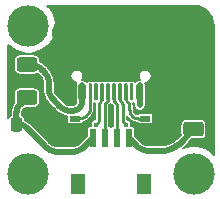
<source format=gtl>
G04 #@! TF.GenerationSoftware,KiCad,Pcbnew,(5.1.8)-1*
G04 #@! TF.CreationDate,2021-02-07T19:28:47+03:00*
G04 #@! TF.ProjectId,Unified-Daughterboard,556e6966-6965-4642-9d44-617567687465,C3*
G04 #@! TF.SameCoordinates,Original*
G04 #@! TF.FileFunction,Copper,L1,Top*
G04 #@! TF.FilePolarity,Positive*
%FSLAX46Y46*%
G04 Gerber Fmt 4.6, Leading zero omitted, Abs format (unit mm)*
G04 Created by KiCad (PCBNEW (5.1.8)-1) date 2021-02-07 19:28:47*
%MOMM*%
%LPD*%
G01*
G04 APERTURE LIST*
G04 #@! TA.AperFunction,SMDPad,CuDef*
%ADD10R,0.300000X0.550000*%
G04 #@! TD*
G04 #@! TA.AperFunction,SMDPad,CuDef*
%ADD11R,0.250000X0.550000*%
G04 #@! TD*
G04 #@! TA.AperFunction,SMDPad,CuDef*
%ADD12R,0.900000X0.500000*%
G04 #@! TD*
G04 #@! TA.AperFunction,ComponentPad*
%ADD13O,1.100000X2.200000*%
G04 #@! TD*
G04 #@! TA.AperFunction,ComponentPad*
%ADD14O,1.300000X1.900000*%
G04 #@! TD*
G04 #@! TA.AperFunction,WasherPad*
%ADD15C,3.500001*%
G04 #@! TD*
G04 #@! TA.AperFunction,ComponentPad*
%ADD16C,3.500001*%
G04 #@! TD*
G04 #@! TA.AperFunction,SMDPad,CuDef*
%ADD17R,0.600000X1.550000*%
G04 #@! TD*
G04 #@! TA.AperFunction,SMDPad,CuDef*
%ADD18R,1.200000X1.800000*%
G04 #@! TD*
G04 #@! TA.AperFunction,ViaPad*
%ADD19C,0.450000*%
G04 #@! TD*
G04 #@! TA.AperFunction,ViaPad*
%ADD20C,0.508000*%
G04 #@! TD*
G04 #@! TA.AperFunction,Conductor*
%ADD21C,0.508000*%
G04 #@! TD*
G04 #@! TA.AperFunction,Conductor*
%ADD22C,0.254000*%
G04 #@! TD*
G04 #@! TA.AperFunction,Conductor*
%ADD23C,0.152400*%
G04 #@! TD*
G04 #@! TA.AperFunction,Conductor*
%ADD24C,0.100000*%
G04 #@! TD*
G04 APERTURE END LIST*
D10*
X75002500Y-65641400D03*
D11*
X74002500Y-65641400D03*
X75502500Y-65641400D03*
X76002500Y-65641400D03*
X74502500Y-65641400D03*
X76002500Y-66411400D03*
X75502500Y-66411400D03*
D10*
X75002500Y-66411400D03*
D11*
X74502500Y-66411400D03*
G04 #@! TA.AperFunction,SMDPad,CuDef*
G36*
G01*
X73877500Y-66561400D02*
X73877500Y-66261400D01*
G75*
G02*
X74002500Y-66136400I125000J0D01*
G01*
X74002500Y-66136400D01*
G75*
G02*
X74127500Y-66261400I0J-125000D01*
G01*
X74127500Y-66561400D01*
G75*
G02*
X74002500Y-66686400I-125000J0D01*
G01*
X74002500Y-66686400D01*
G75*
G02*
X73877500Y-66561400I0J125000D01*
G01*
G37*
G04 #@! TD.AperFunction*
G04 #@! TA.AperFunction,SMDPad,CuDef*
G36*
G01*
X82612500Y-67899000D02*
X81362500Y-67899000D01*
G75*
G02*
X81112500Y-67649000I0J250000D01*
G01*
X81112500Y-66899000D01*
G75*
G02*
X81362500Y-66649000I250000J0D01*
G01*
X82612500Y-66649000D01*
G75*
G02*
X82862500Y-66899000I0J-250000D01*
G01*
X82862500Y-67649000D01*
G75*
G02*
X82612500Y-67899000I-250000J0D01*
G01*
G37*
G04 #@! TD.AperFunction*
G04 #@! TA.AperFunction,SMDPad,CuDef*
G36*
G01*
X82612500Y-65099000D02*
X81362500Y-65099000D01*
G75*
G02*
X81112500Y-64849000I0J250000D01*
G01*
X81112500Y-64099000D01*
G75*
G02*
X81362500Y-63849000I250000J0D01*
G01*
X82612500Y-63849000D01*
G75*
G02*
X82862500Y-64099000I0J-250000D01*
G01*
X82862500Y-64849000D01*
G75*
G02*
X82612500Y-65099000I-250000J0D01*
G01*
G37*
G04 #@! TD.AperFunction*
D12*
X71954500Y-67879000D03*
X71954500Y-66379000D03*
G04 #@! TA.AperFunction,SMDPad,CuDef*
G36*
G01*
X67265500Y-61182000D02*
X68515500Y-61182000D01*
G75*
G02*
X68765500Y-61432000I0J-250000D01*
G01*
X68765500Y-62182000D01*
G75*
G02*
X68515500Y-62432000I-250000J0D01*
G01*
X67265500Y-62432000D01*
G75*
G02*
X67015500Y-62182000I0J250000D01*
G01*
X67015500Y-61432000D01*
G75*
G02*
X67265500Y-61182000I250000J0D01*
G01*
G37*
G04 #@! TD.AperFunction*
G04 #@! TA.AperFunction,SMDPad,CuDef*
G36*
G01*
X67265500Y-63982000D02*
X68515500Y-63982000D01*
G75*
G02*
X68765500Y-64232000I0J-250000D01*
G01*
X68765500Y-64982000D01*
G75*
G02*
X68515500Y-65232000I-250000J0D01*
G01*
X67265500Y-65232000D01*
G75*
G02*
X67015500Y-64982000I0J250000D01*
G01*
X67015500Y-64232000D01*
G75*
G02*
X67265500Y-63982000I250000J0D01*
G01*
G37*
G04 #@! TD.AperFunction*
G04 #@! TA.AperFunction,SMDPad,CuDef*
G36*
G01*
X67502500Y-66540000D02*
X67502500Y-67240000D01*
G75*
G02*
X67252500Y-67490000I-250000J0D01*
G01*
X66752500Y-67490000D01*
G75*
G02*
X66502500Y-67240000I0J250000D01*
G01*
X66502500Y-66540000D01*
G75*
G02*
X66752500Y-66290000I250000J0D01*
G01*
X67252500Y-66290000D01*
G75*
G02*
X67502500Y-66540000I0J-250000D01*
G01*
G37*
G04 #@! TD.AperFunction*
G04 #@! TA.AperFunction,SMDPad,CuDef*
G36*
G01*
X70802500Y-66540000D02*
X70802500Y-67240000D01*
G75*
G02*
X70552500Y-67490000I-250000J0D01*
G01*
X70052500Y-67490000D01*
G75*
G02*
X69802500Y-67240000I0J250000D01*
G01*
X69802500Y-66540000D01*
G75*
G02*
X70052500Y-66290000I250000J0D01*
G01*
X70552500Y-66290000D01*
G75*
G02*
X70802500Y-66540000I0J-250000D01*
G01*
G37*
G04 #@! TD.AperFunction*
G04 #@! TA.AperFunction,SMDPad,CuDef*
G36*
G01*
X72852500Y-63543000D02*
X72852500Y-64693000D01*
G75*
G02*
X72702500Y-64843000I-150000J0D01*
G01*
X72402500Y-64843000D01*
G75*
G02*
X72252500Y-64693000I0J150000D01*
G01*
X72252500Y-63543000D01*
G75*
G02*
X72402500Y-63393000I150000J0D01*
G01*
X72702500Y-63393000D01*
G75*
G02*
X72852500Y-63543000I0J-150000D01*
G01*
G37*
G04 #@! TD.AperFunction*
G04 #@! TA.AperFunction,SMDPad,CuDef*
G36*
G01*
X72052500Y-63543000D02*
X72052500Y-64693000D01*
G75*
G02*
X71902500Y-64843000I-150000J0D01*
G01*
X71602500Y-64843000D01*
G75*
G02*
X71452500Y-64693000I0J150000D01*
G01*
X71452500Y-63543000D01*
G75*
G02*
X71602500Y-63393000I150000J0D01*
G01*
X71902500Y-63393000D01*
G75*
G02*
X72052500Y-63543000I0J-150000D01*
G01*
G37*
G04 #@! TD.AperFunction*
G04 #@! TA.AperFunction,SMDPad,CuDef*
G36*
G01*
X77752500Y-63543000D02*
X77752500Y-64693000D01*
G75*
G02*
X77602500Y-64843000I-150000J0D01*
G01*
X77302500Y-64843000D01*
G75*
G02*
X77152500Y-64693000I0J150000D01*
G01*
X77152500Y-63543000D01*
G75*
G02*
X77302500Y-63393000I150000J0D01*
G01*
X77602500Y-63393000D01*
G75*
G02*
X77752500Y-63543000I0J-150000D01*
G01*
G37*
G04 #@! TD.AperFunction*
D13*
X79302500Y-63343000D03*
G04 #@! TA.AperFunction,SMDPad,CuDef*
G36*
G01*
X74902500Y-63468000D02*
X74902500Y-64768000D01*
G75*
G02*
X74827500Y-64843000I-75000J0D01*
G01*
X74677500Y-64843000D01*
G75*
G02*
X74602500Y-64768000I0J75000D01*
G01*
X74602500Y-63468000D01*
G75*
G02*
X74677500Y-63393000I75000J0D01*
G01*
X74827500Y-63393000D01*
G75*
G02*
X74902500Y-63468000I0J-75000D01*
G01*
G37*
G04 #@! TD.AperFunction*
G04 #@! TA.AperFunction,SMDPad,CuDef*
G36*
G01*
X74402500Y-63468000D02*
X74402500Y-64768000D01*
G75*
G02*
X74327500Y-64843000I-75000J0D01*
G01*
X74177500Y-64843000D01*
G75*
G02*
X74102500Y-64768000I0J75000D01*
G01*
X74102500Y-63468000D01*
G75*
G02*
X74177500Y-63393000I75000J0D01*
G01*
X74327500Y-63393000D01*
G75*
G02*
X74402500Y-63468000I0J-75000D01*
G01*
G37*
G04 #@! TD.AperFunction*
G04 #@! TA.AperFunction,SMDPad,CuDef*
G36*
G01*
X73902500Y-63468000D02*
X73902500Y-64768000D01*
G75*
G02*
X73827500Y-64843000I-75000J0D01*
G01*
X73677500Y-64843000D01*
G75*
G02*
X73602500Y-64768000I0J75000D01*
G01*
X73602500Y-63468000D01*
G75*
G02*
X73677500Y-63393000I75000J0D01*
G01*
X73827500Y-63393000D01*
G75*
G02*
X73902500Y-63468000I0J-75000D01*
G01*
G37*
G04 #@! TD.AperFunction*
G04 #@! TA.AperFunction,SMDPad,CuDef*
G36*
G01*
X73402500Y-63468000D02*
X73402500Y-64768000D01*
G75*
G02*
X73327500Y-64843000I-75000J0D01*
G01*
X73177500Y-64843000D01*
G75*
G02*
X73102500Y-64768000I0J75000D01*
G01*
X73102500Y-63468000D01*
G75*
G02*
X73177500Y-63393000I75000J0D01*
G01*
X73327500Y-63393000D01*
G75*
G02*
X73402500Y-63468000I0J-75000D01*
G01*
G37*
G04 #@! TD.AperFunction*
G04 #@! TA.AperFunction,SMDPad,CuDef*
G36*
G01*
X75406500Y-63468000D02*
X75406500Y-64768000D01*
G75*
G02*
X75331500Y-64843000I-75000J0D01*
G01*
X75181500Y-64843000D01*
G75*
G02*
X75106500Y-64768000I0J75000D01*
G01*
X75106500Y-63468000D01*
G75*
G02*
X75181500Y-63393000I75000J0D01*
G01*
X75331500Y-63393000D01*
G75*
G02*
X75406500Y-63468000I0J-75000D01*
G01*
G37*
G04 #@! TD.AperFunction*
G04 #@! TA.AperFunction,SMDPad,CuDef*
G36*
G01*
X75902500Y-63468000D02*
X75902500Y-64768000D01*
G75*
G02*
X75827500Y-64843000I-75000J0D01*
G01*
X75677500Y-64843000D01*
G75*
G02*
X75602500Y-64768000I0J75000D01*
G01*
X75602500Y-63468000D01*
G75*
G02*
X75677500Y-63393000I75000J0D01*
G01*
X75827500Y-63393000D01*
G75*
G02*
X75902500Y-63468000I0J-75000D01*
G01*
G37*
G04 #@! TD.AperFunction*
G04 #@! TA.AperFunction,SMDPad,CuDef*
G36*
G01*
X76402500Y-63468000D02*
X76402500Y-64768000D01*
G75*
G02*
X76327500Y-64843000I-75000J0D01*
G01*
X76177500Y-64843000D01*
G75*
G02*
X76102500Y-64768000I0J75000D01*
G01*
X76102500Y-63468000D01*
G75*
G02*
X76177500Y-63393000I75000J0D01*
G01*
X76327500Y-63393000D01*
G75*
G02*
X76402500Y-63468000I0J-75000D01*
G01*
G37*
G04 #@! TD.AperFunction*
G04 #@! TA.AperFunction,SMDPad,CuDef*
G36*
G01*
X76902500Y-63468000D02*
X76902500Y-64768000D01*
G75*
G02*
X76827500Y-64843000I-75000J0D01*
G01*
X76677500Y-64843000D01*
G75*
G02*
X76602500Y-64768000I0J75000D01*
G01*
X76602500Y-63468000D01*
G75*
G02*
X76677500Y-63393000I75000J0D01*
G01*
X76827500Y-63393000D01*
G75*
G02*
X76902500Y-63468000I0J-75000D01*
G01*
G37*
G04 #@! TD.AperFunction*
G04 #@! TA.AperFunction,SMDPad,CuDef*
G36*
G01*
X78552500Y-63543000D02*
X78552500Y-64693000D01*
G75*
G02*
X78402500Y-64843000I-150000J0D01*
G01*
X78102500Y-64843000D01*
G75*
G02*
X77952500Y-64693000I0J150000D01*
G01*
X77952500Y-63543000D01*
G75*
G02*
X78102500Y-63393000I150000J0D01*
G01*
X78402500Y-63393000D01*
G75*
G02*
X78552500Y-63543000I0J-150000D01*
G01*
G37*
G04 #@! TD.AperFunction*
D14*
X79302500Y-59143000D03*
X70702500Y-59143000D03*
D13*
X70702500Y-63343000D03*
D15*
X68004500Y-58543000D03*
D16*
X82004500Y-58543000D03*
D15*
X68004500Y-71043000D03*
X82004500Y-71043000D03*
D17*
X75504500Y-68018000D03*
X76504500Y-68018000D03*
X74504500Y-68018000D03*
X73504500Y-68018000D03*
D18*
X72204500Y-71893000D03*
X77804500Y-71893000D03*
D12*
X77923500Y-66379000D03*
X77923500Y-67879000D03*
D19*
X75002500Y-66026400D03*
D20*
X75502500Y-68016000D03*
D19*
X73732500Y-66890000D03*
X76272500Y-66890000D03*
D20*
X74504500Y-68018000D03*
X77452500Y-65239000D03*
X72485360Y-65236700D03*
D21*
X68004500Y-71043000D02*
X68004500Y-70950000D01*
X81987500Y-67342238D02*
X81987500Y-67274000D01*
X77127125Y-68640625D02*
X76504500Y-68018000D01*
X77127125Y-68640625D02*
X77187199Y-68697820D01*
X77187199Y-68697820D02*
X77250007Y-68751998D01*
X77250007Y-68751998D02*
X77315398Y-68803030D01*
X77315398Y-68803030D02*
X77383214Y-68850791D01*
X77383214Y-68850791D02*
X77453292Y-68895168D01*
X77453292Y-68895168D02*
X77525463Y-68936052D01*
X77525463Y-68936052D02*
X77599553Y-68973346D01*
X77599553Y-68973346D02*
X77675384Y-69006960D01*
X77675384Y-69006960D02*
X77752773Y-69036812D01*
X77752773Y-69036812D02*
X77831533Y-69062831D01*
X77831533Y-69062831D02*
X77911475Y-69084954D01*
X77911475Y-69084954D02*
X77992407Y-69103127D01*
X77992407Y-69103127D02*
X78074132Y-69117308D01*
X78074132Y-69117308D02*
X78156455Y-69127462D01*
X78156455Y-69127462D02*
X78239178Y-69133564D01*
X78239178Y-69133564D02*
X78322100Y-69135600D01*
X80901244Y-68428493D02*
X81987500Y-67342238D01*
X80901244Y-68428493D02*
X80815423Y-68510200D01*
X80815423Y-68510200D02*
X80725698Y-68587598D01*
X80725698Y-68587598D02*
X80632282Y-68660500D01*
X80632282Y-68660500D02*
X80535402Y-68728731D01*
X80535402Y-68728731D02*
X80435291Y-68792126D01*
X80435291Y-68792126D02*
X80332189Y-68850532D01*
X80332189Y-68850532D02*
X80226346Y-68903809D01*
X80226346Y-68903809D02*
X80118017Y-68951828D01*
X80118017Y-68951828D02*
X80007461Y-68994474D01*
X80007461Y-68994474D02*
X79894946Y-69031644D01*
X79894946Y-69031644D02*
X79780743Y-69063248D01*
X79780743Y-69063248D02*
X79665127Y-69089211D01*
X79665127Y-69089211D02*
X79548376Y-69109469D01*
X79548376Y-69109469D02*
X79430772Y-69123974D01*
X79430772Y-69123974D02*
X79312597Y-69132691D01*
X79312597Y-69132691D02*
X79194138Y-69135600D01*
X79194138Y-69135600D02*
X78322100Y-69135600D01*
X73504500Y-68018000D02*
X73504500Y-68018000D01*
X73504500Y-67814000D02*
X73504500Y-68018000D01*
X67285342Y-65212157D02*
X67890500Y-64607000D01*
X67285342Y-65212157D02*
X67252658Y-65246484D01*
X67252658Y-65246484D02*
X67221699Y-65282375D01*
X67221699Y-65282375D02*
X67192538Y-65319741D01*
X67192538Y-65319741D02*
X67165246Y-65358493D01*
X67165246Y-65358493D02*
X67139888Y-65398538D01*
X67139888Y-65398538D02*
X67116526Y-65439778D01*
X67116526Y-65439778D02*
X67095215Y-65482116D01*
X67095215Y-65482116D02*
X67076007Y-65525448D01*
X67076007Y-65525448D02*
X67058949Y-65569670D01*
X67058949Y-65569670D02*
X67044081Y-65614676D01*
X67044081Y-65614676D02*
X67031439Y-65660357D01*
X67031439Y-65660357D02*
X67021054Y-65706604D01*
X67021054Y-65706604D02*
X67012951Y-65753304D01*
X67012951Y-65753304D02*
X67007149Y-65800346D01*
X67007149Y-65800346D02*
X67003662Y-65847616D01*
X67003662Y-65847616D02*
X67002500Y-65895000D01*
X67002500Y-65895000D02*
X67002500Y-66890000D01*
X67269262Y-66890000D02*
X67002500Y-66890000D01*
X67269262Y-66890000D02*
X67304799Y-66890872D01*
X67304799Y-66890872D02*
X67340252Y-66893487D01*
X67340252Y-66893487D02*
X67375533Y-66897839D01*
X67375533Y-66897839D02*
X67410558Y-66903916D01*
X67410558Y-66903916D02*
X67445243Y-66911705D01*
X67445243Y-66911705D02*
X67479504Y-66921186D01*
X67479504Y-66921186D02*
X67513259Y-66932337D01*
X67513259Y-66932337D02*
X67546425Y-66945131D01*
X67546425Y-66945131D02*
X67578924Y-66959537D01*
X67578924Y-66959537D02*
X67610677Y-66975520D01*
X67610677Y-66975520D02*
X67641608Y-66993042D01*
X67641608Y-66993042D02*
X67671641Y-67012060D01*
X67671641Y-67012060D02*
X67700705Y-67032529D01*
X67700705Y-67032529D02*
X67728730Y-67054400D01*
X67728730Y-67054400D02*
X67755647Y-67077619D01*
X67755647Y-67077619D02*
X67781394Y-67102132D01*
X70591062Y-69211800D02*
X70508140Y-69209764D01*
X70508140Y-69209764D02*
X70425417Y-69203662D01*
X70425417Y-69203662D02*
X70343094Y-69193508D01*
X70343094Y-69193508D02*
X70261369Y-69179328D01*
X70261369Y-69179328D02*
X70180437Y-69161154D01*
X70180437Y-69161154D02*
X70100495Y-69139031D01*
X70100495Y-69139031D02*
X70021734Y-69113012D01*
X70021734Y-69113012D02*
X69944346Y-69083160D01*
X69944346Y-69083160D02*
X69868515Y-69049546D01*
X69868515Y-69049546D02*
X69794425Y-69012252D01*
X69794425Y-69012252D02*
X69722254Y-68971368D01*
X69722254Y-68971368D02*
X69652176Y-68926992D01*
X69652176Y-68926992D02*
X69584359Y-68879230D01*
X69584359Y-68879230D02*
X69518969Y-68828199D01*
X69518969Y-68828199D02*
X69456160Y-68774020D01*
X69456160Y-68774020D02*
X69396087Y-68716825D01*
X69396087Y-68716825D02*
X67781394Y-67102132D01*
X72805674Y-68716825D02*
X73504500Y-68018000D01*
X72805674Y-68716825D02*
X72745599Y-68774020D01*
X72745599Y-68774020D02*
X72682791Y-68828198D01*
X72682791Y-68828198D02*
X72617401Y-68879230D01*
X72617401Y-68879230D02*
X72549584Y-68926991D01*
X72549584Y-68926991D02*
X72479507Y-68971368D01*
X72479507Y-68971368D02*
X72407336Y-69012252D01*
X72407336Y-69012252D02*
X72333246Y-69049546D01*
X72333246Y-69049546D02*
X72257415Y-69083159D01*
X72257415Y-69083159D02*
X72180026Y-69113012D01*
X72180026Y-69113012D02*
X72101266Y-69139031D01*
X72101266Y-69139031D02*
X72021323Y-69161154D01*
X72021323Y-69161154D02*
X71940392Y-69179327D01*
X71940392Y-69179327D02*
X71858666Y-69193508D01*
X71858666Y-69193508D02*
X71776343Y-69203662D01*
X71776343Y-69203662D02*
X71693621Y-69209764D01*
X71693621Y-69209764D02*
X71610700Y-69211800D01*
X71610700Y-69211800D02*
X70591062Y-69211800D01*
X79324500Y-59143000D02*
X79324500Y-59283000D01*
D22*
X76254500Y-64389000D02*
X76231501Y-64411999D01*
X76254500Y-64238000D02*
X76254500Y-64389000D01*
X76393921Y-64951207D02*
X76377579Y-64934043D01*
X76377579Y-64934043D02*
X76362099Y-64916097D01*
X76362099Y-64916097D02*
X76347519Y-64897414D01*
X76347519Y-64897414D02*
X76333873Y-64878038D01*
X76333873Y-64878038D02*
X76321194Y-64858016D01*
X76321194Y-64858016D02*
X76309513Y-64837396D01*
X76309513Y-64837396D02*
X76298857Y-64816227D01*
X76298857Y-64816227D02*
X76289253Y-64794561D01*
X76289253Y-64794561D02*
X76280724Y-64772450D01*
X76280724Y-64772450D02*
X76273290Y-64749947D01*
X76273290Y-64749947D02*
X76266969Y-64727107D01*
X76266969Y-64727107D02*
X76261777Y-64703983D01*
X76261777Y-64703983D02*
X76257725Y-64680633D01*
X76257725Y-64680633D02*
X76254824Y-64657112D01*
X76254824Y-64657112D02*
X76253081Y-64633477D01*
X76253081Y-64633477D02*
X76252500Y-64609786D01*
X76252500Y-64609786D02*
X76252500Y-63568000D01*
X76572220Y-65329506D02*
X76571638Y-65305813D01*
X76571638Y-65305813D02*
X76569894Y-65282179D01*
X76569894Y-65282179D02*
X76566993Y-65258658D01*
X76566993Y-65258658D02*
X76562942Y-65235307D01*
X76562942Y-65235307D02*
X76557749Y-65212184D01*
X76557749Y-65212184D02*
X76551428Y-65189343D01*
X76551428Y-65189343D02*
X76543994Y-65166840D01*
X76543994Y-65166840D02*
X76535465Y-65144729D01*
X76535465Y-65144729D02*
X76525861Y-65123063D01*
X76525861Y-65123063D02*
X76515206Y-65101894D01*
X76515206Y-65101894D02*
X76503525Y-65081274D01*
X76503525Y-65081274D02*
X76490846Y-65061252D01*
X76490846Y-65061252D02*
X76477199Y-65041876D01*
X76477199Y-65041876D02*
X76462619Y-65023193D01*
X76462619Y-65023193D02*
X76447139Y-65005247D01*
X76447139Y-65005247D02*
X76430798Y-64988084D01*
X76430798Y-64988084D02*
X76393921Y-64951207D01*
X76784352Y-66157492D02*
X76759840Y-66131745D01*
X76759840Y-66131745D02*
X76736620Y-66104827D01*
X76736620Y-66104827D02*
X76714750Y-66076803D01*
X76714750Y-66076803D02*
X76694280Y-66047739D01*
X76694280Y-66047739D02*
X76675262Y-66017705D01*
X76675262Y-66017705D02*
X76657740Y-65986775D01*
X76657740Y-65986775D02*
X76641757Y-65955022D01*
X76641757Y-65955022D02*
X76627351Y-65922523D01*
X76627351Y-65922523D02*
X76614557Y-65889357D01*
X76614557Y-65889357D02*
X76603406Y-65855602D01*
X76603406Y-65855602D02*
X76593925Y-65821341D01*
X76593925Y-65821341D02*
X76586136Y-65786656D01*
X76586136Y-65786656D02*
X76580059Y-65751631D01*
X76580059Y-65751631D02*
X76575707Y-65716350D01*
X76575707Y-65716350D02*
X76573092Y-65680897D01*
X76573092Y-65680897D02*
X76572220Y-65645360D01*
X76572220Y-65645360D02*
X76572220Y-65329506D01*
X77305860Y-66379000D02*
X77923500Y-66379000D01*
X77305860Y-66379000D02*
X77270321Y-66378127D01*
X77270321Y-66378127D02*
X77234869Y-66375512D01*
X77234869Y-66375512D02*
X77199588Y-66371160D01*
X77199588Y-66371160D02*
X77164562Y-66365083D01*
X77164562Y-66365083D02*
X77129877Y-66357294D01*
X77129877Y-66357294D02*
X77095616Y-66347813D01*
X77095616Y-66347813D02*
X77061862Y-66336662D01*
X77061862Y-66336662D02*
X77028695Y-66323868D01*
X77028695Y-66323868D02*
X76996196Y-66309462D01*
X76996196Y-66309462D02*
X76964443Y-66293479D01*
X76964443Y-66293479D02*
X76933512Y-66275957D01*
X76933512Y-66275957D02*
X76903479Y-66256939D01*
X76903479Y-66256939D02*
X76874415Y-66236469D01*
X76874415Y-66236469D02*
X76846390Y-66214599D01*
X76846390Y-66214599D02*
X76819472Y-66191379D01*
X76819472Y-66191379D02*
X76793727Y-66166867D01*
X76793727Y-66166867D02*
X76784352Y-66157492D01*
X75504500Y-68018000D02*
X75504500Y-68018000D01*
X75502500Y-66890000D02*
X75502500Y-66411400D01*
X75502500Y-68016000D02*
X75504500Y-68018000D01*
X75502500Y-66890000D02*
X75502500Y-68016000D01*
X74002500Y-66411400D02*
X74002500Y-65641400D01*
X75502500Y-66411400D02*
X75502500Y-65641400D01*
X75256500Y-64812292D02*
X75256500Y-63568000D01*
X74108566Y-64952225D02*
X74096309Y-64965097D01*
X74096309Y-64965097D02*
X74084699Y-64978556D01*
X74084699Y-64978556D02*
X74073764Y-64992568D01*
X74073764Y-64992568D02*
X74063529Y-65007101D01*
X74063529Y-65007101D02*
X74054020Y-65022117D01*
X74054020Y-65022117D02*
X74045259Y-65037583D01*
X74045259Y-65037583D02*
X74037268Y-65053459D01*
X74037268Y-65053459D02*
X74030065Y-65069709D01*
X74030065Y-65069709D02*
X74023668Y-65086292D01*
X74023668Y-65086292D02*
X74018092Y-65103170D01*
X74018092Y-65103170D02*
X74013352Y-65120300D01*
X74013352Y-65120300D02*
X74009457Y-65137643D01*
X74009457Y-65137643D02*
X74006419Y-65155155D01*
X74006419Y-65155155D02*
X74004243Y-65172796D01*
X74004243Y-65172796D02*
X74002936Y-65190522D01*
X74002936Y-65190522D02*
X74002500Y-65208292D01*
X74002500Y-65208292D02*
X74002500Y-65641400D01*
X74252500Y-64658292D02*
X74252500Y-63568000D01*
X74252500Y-64658292D02*
X74252062Y-64676060D01*
X74252062Y-64676060D02*
X74250755Y-64693787D01*
X74250755Y-64693787D02*
X74248579Y-64711427D01*
X74248579Y-64711427D02*
X74245540Y-64728940D01*
X74245540Y-64728940D02*
X74241646Y-64746282D01*
X74241646Y-64746282D02*
X74236905Y-64763412D01*
X74236905Y-64763412D02*
X74231330Y-64780290D01*
X74231330Y-64780290D02*
X74224933Y-64796873D01*
X74224933Y-64796873D02*
X74217730Y-64813122D01*
X74217730Y-64813122D02*
X74209738Y-64828999D01*
X74209738Y-64828999D02*
X74200977Y-64844464D01*
X74200977Y-64844464D02*
X74191468Y-64859480D01*
X74191468Y-64859480D02*
X74181233Y-64874012D01*
X74181233Y-64874012D02*
X74170298Y-64888024D01*
X74170298Y-64888024D02*
X74158688Y-64901483D01*
X74158688Y-64901483D02*
X74146433Y-64914357D01*
X74146433Y-64914357D02*
X74108566Y-64952225D01*
X75327210Y-64975939D02*
X75319039Y-64967357D01*
X75319039Y-64967357D02*
X75311299Y-64958384D01*
X75311299Y-64958384D02*
X75304009Y-64949042D01*
X75304009Y-64949042D02*
X75297186Y-64939354D01*
X75297186Y-64939354D02*
X75290846Y-64929343D01*
X75290846Y-64929343D02*
X75285006Y-64919033D01*
X75285006Y-64919033D02*
X75279678Y-64908449D01*
X75279678Y-64908449D02*
X75274876Y-64897616D01*
X75274876Y-64897616D02*
X75270612Y-64886561D01*
X75270612Y-64886561D02*
X75266895Y-64875309D01*
X75266895Y-64875309D02*
X75263734Y-64863889D01*
X75263734Y-64863889D02*
X75261138Y-64852327D01*
X75261138Y-64852327D02*
X75259112Y-64840652D01*
X75259112Y-64840652D02*
X75257662Y-64828892D01*
X75257662Y-64828892D02*
X75256790Y-64817074D01*
X75256790Y-64817074D02*
X75256500Y-64805229D01*
X75256500Y-64805229D02*
X75256500Y-63568000D01*
X75502500Y-65251229D02*
X75502500Y-65641400D01*
X75502500Y-65251229D02*
X75502209Y-65239382D01*
X75502209Y-65239382D02*
X75501337Y-65227565D01*
X75501337Y-65227565D02*
X75499886Y-65215805D01*
X75499886Y-65215805D02*
X75497861Y-65204129D01*
X75497861Y-65204129D02*
X75495264Y-65192568D01*
X75495264Y-65192568D02*
X75492104Y-65181147D01*
X75492104Y-65181147D02*
X75488387Y-65169896D01*
X75488387Y-65169896D02*
X75484122Y-65158840D01*
X75484122Y-65158840D02*
X75479320Y-65148007D01*
X75479320Y-65148007D02*
X75473993Y-65137423D01*
X75473993Y-65137423D02*
X75468152Y-65127113D01*
X75468152Y-65127113D02*
X75461813Y-65117102D01*
X75461813Y-65117102D02*
X75454989Y-65107414D01*
X75454989Y-65107414D02*
X75447699Y-65098072D01*
X75447699Y-65098072D02*
X75439959Y-65089099D01*
X75439959Y-65089099D02*
X75431789Y-65080518D01*
X75431789Y-65080518D02*
X75327210Y-64975939D01*
X73861078Y-66761421D02*
X73732500Y-66890000D01*
X73861078Y-66761421D02*
X73877419Y-66744256D01*
X73877419Y-66744256D02*
X73892898Y-66726311D01*
X73892898Y-66726311D02*
X73907479Y-66707628D01*
X73907479Y-66707628D02*
X73921125Y-66688252D01*
X73921125Y-66688252D02*
X73933804Y-66668230D01*
X73933804Y-66668230D02*
X73945485Y-66647610D01*
X73945485Y-66647610D02*
X73956141Y-66626441D01*
X73956141Y-66626441D02*
X73965745Y-66604775D01*
X73965745Y-66604775D02*
X73974274Y-66582664D01*
X73974274Y-66582664D02*
X73981708Y-66560161D01*
X73981708Y-66560161D02*
X73988029Y-66537321D01*
X73988029Y-66537321D02*
X73993221Y-66514197D01*
X73993221Y-66514197D02*
X73997273Y-66490847D01*
X73997273Y-66490847D02*
X74000174Y-66467326D01*
X74000174Y-66467326D02*
X74001917Y-66443691D01*
X74001917Y-66443691D02*
X74002500Y-66420000D01*
X74002500Y-66420000D02*
X74002500Y-66411400D01*
X73252500Y-65385000D02*
X73252500Y-63568000D01*
X73252500Y-65385000D02*
X73251336Y-65432383D01*
X73251336Y-65432383D02*
X73247849Y-65479653D01*
X73247849Y-65479653D02*
X73242047Y-65526695D01*
X73242047Y-65526695D02*
X73233944Y-65573395D01*
X73233944Y-65573395D02*
X73223559Y-65619642D01*
X73223559Y-65619642D02*
X73210917Y-65665323D01*
X73210917Y-65665323D02*
X73196049Y-65710329D01*
X73196049Y-65710329D02*
X73178991Y-65754551D01*
X73178991Y-65754551D02*
X73159783Y-65797883D01*
X73159783Y-65797883D02*
X73138472Y-65840220D01*
X73138472Y-65840220D02*
X73115110Y-65881460D01*
X73115110Y-65881460D02*
X73089752Y-65921505D01*
X73089752Y-65921505D02*
X73062459Y-65960257D01*
X73062459Y-65960257D02*
X73033298Y-65997623D01*
X73033298Y-65997623D02*
X73002339Y-66033513D01*
X73002339Y-66033513D02*
X72969657Y-66067842D01*
X72258500Y-66379000D02*
X71954500Y-66379000D01*
X72258500Y-66379000D02*
X72305883Y-66377835D01*
X72305883Y-66377835D02*
X72353153Y-66374349D01*
X72353153Y-66374349D02*
X72400195Y-66368547D01*
X72400195Y-66368547D02*
X72446895Y-66360443D01*
X72446895Y-66360443D02*
X72493142Y-66350058D01*
X72493142Y-66350058D02*
X72538823Y-66337416D01*
X72538823Y-66337416D02*
X72583829Y-66322548D01*
X72583829Y-66322548D02*
X72628051Y-66305490D01*
X72628051Y-66305490D02*
X72671383Y-66286282D01*
X72671383Y-66286282D02*
X72713720Y-66264971D01*
X72713720Y-66264971D02*
X72754961Y-66241609D01*
X72754961Y-66241609D02*
X72795005Y-66216251D01*
X72795005Y-66216251D02*
X72833757Y-66188959D01*
X72833757Y-66188959D02*
X72871123Y-66159798D01*
X72871123Y-66159798D02*
X72907013Y-66128838D01*
X72907013Y-66128838D02*
X72941342Y-66096156D01*
X72941342Y-66096156D02*
X72969657Y-66067842D01*
X74502500Y-66890000D02*
X74502500Y-66411400D01*
X74504500Y-66892000D02*
X74502500Y-66890000D01*
X74504500Y-68018000D02*
X74504500Y-66892000D01*
X76002500Y-66411400D02*
X76002500Y-65641400D01*
X74502500Y-66411400D02*
X74502500Y-65641400D01*
X74573210Y-65026410D02*
X74565039Y-65034991D01*
X74565039Y-65034991D02*
X74557299Y-65043964D01*
X74557299Y-65043964D02*
X74550009Y-65053306D01*
X74550009Y-65053306D02*
X74543186Y-65062994D01*
X74543186Y-65062994D02*
X74536846Y-65073005D01*
X74536846Y-65073005D02*
X74531006Y-65083315D01*
X74531006Y-65083315D02*
X74525678Y-65093899D01*
X74525678Y-65093899D02*
X74520876Y-65104732D01*
X74520876Y-65104732D02*
X74516611Y-65115788D01*
X74516611Y-65115788D02*
X74512894Y-65127039D01*
X74512894Y-65127039D02*
X74509734Y-65138460D01*
X74509734Y-65138460D02*
X74507138Y-65150021D01*
X74507138Y-65150021D02*
X74505112Y-65161697D01*
X74505112Y-65161697D02*
X74503661Y-65173457D01*
X74503661Y-65173457D02*
X74502790Y-65185274D01*
X74502790Y-65185274D02*
X74502500Y-65197121D01*
X74502500Y-65197121D02*
X74502500Y-65641400D01*
X74752500Y-64747121D02*
X74752500Y-63568000D01*
X74752500Y-64747121D02*
X74752208Y-64758966D01*
X74752208Y-64758966D02*
X74751337Y-64770784D01*
X74751337Y-64770784D02*
X74749886Y-64782544D01*
X74749886Y-64782544D02*
X74747860Y-64794219D01*
X74747860Y-64794219D02*
X74745264Y-64805781D01*
X74745264Y-64805781D02*
X74742104Y-64817201D01*
X74742104Y-64817201D02*
X74738387Y-64828453D01*
X74738387Y-64828453D02*
X74734122Y-64839508D01*
X74734122Y-64839508D02*
X74729320Y-64850341D01*
X74729320Y-64850341D02*
X74723992Y-64860925D01*
X74723992Y-64860925D02*
X74718152Y-64871235D01*
X74718152Y-64871235D02*
X74711812Y-64881246D01*
X74711812Y-64881246D02*
X74704989Y-64890934D01*
X74704989Y-64890934D02*
X74697699Y-64900276D01*
X74697699Y-64900276D02*
X74689959Y-64909248D01*
X74689959Y-64909248D02*
X74681789Y-64917831D01*
X74681789Y-64917831D02*
X74573210Y-65026410D01*
X76143921Y-66761421D02*
X76272500Y-66890000D01*
X76143921Y-66761421D02*
X76127579Y-66744257D01*
X76127579Y-66744257D02*
X76112099Y-66726311D01*
X76112099Y-66726311D02*
X76097519Y-66707628D01*
X76097519Y-66707628D02*
X76083873Y-66688252D01*
X76083873Y-66688252D02*
X76071194Y-66668230D01*
X76071194Y-66668230D02*
X76059513Y-66647610D01*
X76059513Y-66647610D02*
X76048857Y-66626441D01*
X76048857Y-66626441D02*
X76039253Y-66604775D01*
X76039253Y-66604775D02*
X76030724Y-66582664D01*
X76030724Y-66582664D02*
X76023290Y-66560161D01*
X76023290Y-66560161D02*
X76016969Y-66537321D01*
X76016969Y-66537321D02*
X76011777Y-66514197D01*
X76011777Y-66514197D02*
X76007725Y-66490847D01*
X76007725Y-66490847D02*
X76004824Y-66467326D01*
X76004824Y-66467326D02*
X76003081Y-66443691D01*
X76003081Y-66443691D02*
X76002500Y-66420000D01*
X76002500Y-66420000D02*
X76002500Y-66411400D01*
X76002500Y-65262400D02*
X76002500Y-65641400D01*
X76002500Y-65262400D02*
X76002063Y-65244630D01*
X76002063Y-65244630D02*
X76000756Y-65226904D01*
X76000756Y-65226904D02*
X75998580Y-65209263D01*
X75998580Y-65209263D02*
X75995541Y-65191751D01*
X75995541Y-65191751D02*
X75991647Y-65174408D01*
X75991647Y-65174408D02*
X75986906Y-65157278D01*
X75986906Y-65157278D02*
X75981331Y-65140400D01*
X75981331Y-65140400D02*
X75974934Y-65123817D01*
X75974934Y-65123817D02*
X75967731Y-65107567D01*
X75967731Y-65107567D02*
X75959739Y-65091691D01*
X75959739Y-65091691D02*
X75950978Y-65076225D01*
X75950978Y-65076225D02*
X75941469Y-65061209D01*
X75941469Y-65061209D02*
X75931234Y-65046677D01*
X75931234Y-65046677D02*
X75920299Y-65032664D01*
X75920299Y-65032664D02*
X75908689Y-65019205D01*
X75908689Y-65019205D02*
X75896433Y-65006333D01*
X75752500Y-64712400D02*
X75752500Y-63568000D01*
X75752500Y-64712400D02*
X75752936Y-64730168D01*
X75752936Y-64730168D02*
X75754243Y-64747895D01*
X75754243Y-64747895D02*
X75756419Y-64765535D01*
X75756419Y-64765535D02*
X75759458Y-64783048D01*
X75759458Y-64783048D02*
X75763352Y-64800390D01*
X75763352Y-64800390D02*
X75768093Y-64817521D01*
X75768093Y-64817521D02*
X75773668Y-64834398D01*
X75773668Y-64834398D02*
X75780065Y-64850981D01*
X75780065Y-64850981D02*
X75787268Y-64867231D01*
X75787268Y-64867231D02*
X75795260Y-64883107D01*
X75795260Y-64883107D02*
X75804021Y-64898573D01*
X75804021Y-64898573D02*
X75813530Y-64913589D01*
X75813530Y-64913589D02*
X75823764Y-64928121D01*
X75823764Y-64928121D02*
X75834700Y-64942134D01*
X75834700Y-64942134D02*
X75846309Y-64955592D01*
X75846309Y-64955592D02*
X75858566Y-64968466D01*
X75858566Y-64968466D02*
X75896433Y-65006333D01*
D21*
X77452500Y-63568000D02*
X77452500Y-64895480D01*
X77452500Y-64895480D02*
X77452500Y-65239000D01*
X68148320Y-61807000D02*
X67890500Y-61807000D01*
X68148320Y-61807000D02*
X68219395Y-61808744D01*
X68219395Y-61808744D02*
X68290300Y-61813975D01*
X68290300Y-61813975D02*
X68360863Y-61822678D01*
X68360863Y-61822678D02*
X68430913Y-61834833D01*
X68430913Y-61834833D02*
X68500283Y-61850410D01*
X68500283Y-61850410D02*
X68568805Y-61869373D01*
X68568805Y-61869373D02*
X68636314Y-61891675D01*
X68636314Y-61891675D02*
X68702647Y-61917262D01*
X68702647Y-61917262D02*
X68767645Y-61946074D01*
X68767645Y-61946074D02*
X68831151Y-61978040D01*
X68831151Y-61978040D02*
X68893012Y-62013084D01*
X68893012Y-62013084D02*
X68953079Y-62051120D01*
X68953079Y-62051120D02*
X69011207Y-62092059D01*
X69011207Y-62092059D02*
X69067256Y-62135800D01*
X69067256Y-62135800D02*
X69121091Y-62182239D01*
X69121091Y-62182239D02*
X69172584Y-62231264D01*
X69746090Y-63404770D02*
X69744345Y-63333694D01*
X69744345Y-63333694D02*
X69739114Y-63262789D01*
X69739114Y-63262789D02*
X69730411Y-63192226D01*
X69730411Y-63192226D02*
X69718256Y-63122175D01*
X69718256Y-63122175D02*
X69702679Y-63052805D01*
X69702679Y-63052805D02*
X69683716Y-62984283D01*
X69683716Y-62984283D02*
X69661414Y-62916774D01*
X69661414Y-62916774D02*
X69635827Y-62850441D01*
X69635827Y-62850441D02*
X69607015Y-62785443D01*
X69607015Y-62785443D02*
X69575049Y-62721937D01*
X69575049Y-62721937D02*
X69540005Y-62660076D01*
X69540005Y-62660076D02*
X69501968Y-62600009D01*
X69501968Y-62600009D02*
X69461030Y-62541881D01*
X69461030Y-62541881D02*
X69417288Y-62485832D01*
X69417288Y-62485832D02*
X69370849Y-62431996D01*
X69370849Y-62431996D02*
X69321825Y-62380505D01*
X69321825Y-62380505D02*
X69172584Y-62231264D01*
X70099643Y-64763603D02*
X70058789Y-64720692D01*
X70058789Y-64720692D02*
X70020090Y-64675830D01*
X70020090Y-64675830D02*
X69983639Y-64629122D01*
X69983639Y-64629122D02*
X69949523Y-64580682D01*
X69949523Y-64580682D02*
X69917826Y-64530626D01*
X69917826Y-64530626D02*
X69888623Y-64479075D01*
X69888623Y-64479075D02*
X69861984Y-64426154D01*
X69861984Y-64426154D02*
X69837975Y-64371989D01*
X69837975Y-64371989D02*
X69816652Y-64316711D01*
X69816652Y-64316711D02*
X69798067Y-64260454D01*
X69798067Y-64260454D02*
X69782265Y-64203352D01*
X69782265Y-64203352D02*
X69769283Y-64145544D01*
X69769283Y-64145544D02*
X69759154Y-64087169D01*
X69759154Y-64087169D02*
X69751902Y-64028367D01*
X69751902Y-64028367D02*
X69747543Y-63969279D01*
X69747543Y-63969279D02*
X69746090Y-63910050D01*
X69746090Y-63910050D02*
X69746090Y-63404770D01*
X71558639Y-65722599D02*
X71499409Y-65721144D01*
X71499409Y-65721144D02*
X71440321Y-65716786D01*
X71440321Y-65716786D02*
X71381519Y-65709533D01*
X71381519Y-65709533D02*
X71323143Y-65699404D01*
X71323143Y-65699404D02*
X71265335Y-65686423D01*
X71265335Y-65686423D02*
X71208234Y-65670621D01*
X71208234Y-65670621D02*
X71151976Y-65652036D01*
X71151976Y-65652036D02*
X71096698Y-65630713D01*
X71096698Y-65630713D02*
X71042533Y-65606703D01*
X71042533Y-65606703D02*
X70989612Y-65580065D01*
X70989612Y-65580065D02*
X70938061Y-65550862D01*
X70938061Y-65550862D02*
X70888005Y-65519164D01*
X70888005Y-65519164D02*
X70839565Y-65485049D01*
X70839565Y-65485049D02*
X70792857Y-65448598D01*
X70792857Y-65448598D02*
X70747994Y-65409899D01*
X70747994Y-65409899D02*
X70705085Y-65369045D01*
X70705085Y-65369045D02*
X70099643Y-64763603D01*
X72282373Y-65510466D02*
X72256626Y-65534977D01*
X72256626Y-65534977D02*
X72229708Y-65558197D01*
X72229708Y-65558197D02*
X72201684Y-65580067D01*
X72201684Y-65580067D02*
X72172620Y-65600537D01*
X72172620Y-65600537D02*
X72142586Y-65619555D01*
X72142586Y-65619555D02*
X72111656Y-65637077D01*
X72111656Y-65637077D02*
X72079903Y-65653060D01*
X72079903Y-65653060D02*
X72047404Y-65667466D01*
X72047404Y-65667466D02*
X72014238Y-65680260D01*
X72014238Y-65680260D02*
X71980483Y-65691411D01*
X71980483Y-65691411D02*
X71946222Y-65700892D01*
X71946222Y-65700892D02*
X71911537Y-65708681D01*
X71911537Y-65708681D02*
X71876512Y-65714759D01*
X71876512Y-65714759D02*
X71841231Y-65719110D01*
X71841231Y-65719110D02*
X71805778Y-65721725D01*
X71805778Y-65721725D02*
X71770241Y-65722599D01*
X71770241Y-65722599D02*
X71558639Y-65722599D01*
X72552500Y-64940340D02*
X72552500Y-63568000D01*
X72552500Y-64940340D02*
X72551626Y-64975877D01*
X72551626Y-64975877D02*
X72549011Y-65011330D01*
X72549011Y-65011330D02*
X72544660Y-65046611D01*
X72544660Y-65046611D02*
X72538582Y-65081636D01*
X72538582Y-65081636D02*
X72530793Y-65116321D01*
X72530793Y-65116321D02*
X72521312Y-65150582D01*
X72521312Y-65150582D02*
X72510161Y-65184336D01*
X72510161Y-65184336D02*
X72497367Y-65217503D01*
X72497367Y-65217503D02*
X72482961Y-65250002D01*
X72482961Y-65250002D02*
X72466978Y-65281754D01*
X72466978Y-65281754D02*
X72449456Y-65312685D01*
X72449456Y-65312685D02*
X72430438Y-65342718D01*
X72430438Y-65342718D02*
X72409969Y-65371782D01*
X72409969Y-65371782D02*
X72388098Y-65399807D01*
X72388098Y-65399807D02*
X72364878Y-65426724D01*
X72364878Y-65426724D02*
X72340367Y-65452471D01*
X72340367Y-65452471D02*
X72282373Y-65510466D01*
D23*
X82333717Y-56880336D02*
X82650391Y-56975945D01*
X82942466Y-57131244D01*
X83198814Y-57340317D01*
X83409674Y-57595202D01*
X83567004Y-57886178D01*
X83664825Y-58202186D01*
X83700900Y-58545416D01*
X83700901Y-69438344D01*
X83492466Y-69229909D01*
X83110158Y-68974459D01*
X82685361Y-68798502D01*
X82234399Y-68708800D01*
X81774601Y-68708800D01*
X81323639Y-68798502D01*
X81124971Y-68880793D01*
X81131022Y-68876071D01*
X81139614Y-68867890D01*
X81148597Y-68860142D01*
X81156773Y-68851554D01*
X81221140Y-68790273D01*
X81225730Y-68786506D01*
X81238312Y-68773924D01*
X81251183Y-68761670D01*
X81255057Y-68757179D01*
X81883531Y-68128706D01*
X82612500Y-68128706D01*
X82706086Y-68119489D01*
X82796076Y-68092191D01*
X82879010Y-68047861D01*
X82951703Y-67988203D01*
X83011361Y-67915510D01*
X83055691Y-67832576D01*
X83082989Y-67742586D01*
X83092206Y-67649000D01*
X83092206Y-66899000D01*
X83082989Y-66805414D01*
X83055691Y-66715424D01*
X83011361Y-66632490D01*
X82951703Y-66559797D01*
X82879010Y-66500139D01*
X82796076Y-66455809D01*
X82706086Y-66428511D01*
X82612500Y-66419294D01*
X81362500Y-66419294D01*
X81268914Y-66428511D01*
X81178924Y-66455809D01*
X81095990Y-66500139D01*
X81023297Y-66559797D01*
X80963639Y-66632490D01*
X80919309Y-66715424D01*
X80892011Y-66805414D01*
X80882794Y-66899000D01*
X80882794Y-67649000D01*
X80892011Y-67742586D01*
X80894953Y-67752285D01*
X80564199Y-68083040D01*
X80491227Y-68152514D01*
X80419451Y-68214429D01*
X80344716Y-68272753D01*
X80267206Y-68327342D01*
X80187116Y-68378059D01*
X80104624Y-68424790D01*
X80019950Y-68467411D01*
X79933282Y-68505829D01*
X79844825Y-68539950D01*
X79754821Y-68569683D01*
X79663451Y-68594969D01*
X79570951Y-68615741D01*
X79477535Y-68631950D01*
X79383463Y-68643553D01*
X79288906Y-68650528D01*
X79188236Y-68653000D01*
X78327997Y-68653000D01*
X78262870Y-68651401D01*
X78203775Y-68647042D01*
X78144963Y-68639788D01*
X78086593Y-68629659D01*
X78028778Y-68616678D01*
X77971664Y-68600872D01*
X77915397Y-68582284D01*
X77860125Y-68560963D01*
X77805960Y-68536953D01*
X77753023Y-68510307D01*
X77701478Y-68481108D01*
X77651409Y-68449401D01*
X77602968Y-68415285D01*
X77556263Y-68378836D01*
X77511385Y-68340125D01*
X77464216Y-68295216D01*
X77034206Y-67865207D01*
X77034206Y-67243000D01*
X77029792Y-67198187D01*
X77016721Y-67155095D01*
X76995494Y-67115382D01*
X76966927Y-67080573D01*
X76932118Y-67052006D01*
X76892405Y-67030779D01*
X76849313Y-67017708D01*
X76804500Y-67013294D01*
X76710462Y-67013294D01*
X76726100Y-66934676D01*
X76726100Y-66845324D01*
X76708669Y-66757690D01*
X76674475Y-66675140D01*
X76624834Y-66600847D01*
X76561653Y-66537666D01*
X76487360Y-66488025D01*
X76404810Y-66453831D01*
X76360706Y-66445058D01*
X76360647Y-66444797D01*
X76359583Y-66438663D01*
X76358818Y-66432461D01*
X76358359Y-66426243D01*
X76358100Y-66415669D01*
X76358100Y-66179281D01*
X76361556Y-66185383D01*
X76365486Y-66193190D01*
X76370169Y-66200585D01*
X76374469Y-66208176D01*
X76379487Y-66215301D01*
X76389196Y-66230633D01*
X76393496Y-66238224D01*
X76398512Y-66245347D01*
X76403189Y-66252732D01*
X76408573Y-66259631D01*
X76418999Y-66274434D01*
X76423670Y-66281811D01*
X76429046Y-66288699D01*
X76434077Y-66295843D01*
X76439780Y-66302454D01*
X76450916Y-66316723D01*
X76455952Y-66323874D01*
X76461664Y-66330495D01*
X76467028Y-66337369D01*
X76473044Y-66343688D01*
X76484886Y-66357416D01*
X76490251Y-66364291D01*
X76496274Y-66370618D01*
X76501985Y-66377238D01*
X76508306Y-66383256D01*
X76517787Y-66393215D01*
X76520557Y-66396590D01*
X76529802Y-66405836D01*
X76534511Y-66410782D01*
X76535876Y-66412364D01*
X76537388Y-66413804D01*
X76538845Y-66415334D01*
X76540446Y-66416715D01*
X76545359Y-66421393D01*
X76554628Y-66430662D01*
X76558008Y-66433436D01*
X76567953Y-66442905D01*
X76573979Y-66449234D01*
X76580597Y-66454943D01*
X76586916Y-66460959D01*
X76593798Y-66466330D01*
X76607529Y-66478174D01*
X76613853Y-66484195D01*
X76620732Y-66489563D01*
X76627343Y-66495266D01*
X76634486Y-66500297D01*
X76648768Y-66511443D01*
X76655375Y-66517142D01*
X76662516Y-66522171D01*
X76669412Y-66527553D01*
X76676792Y-66532226D01*
X76691588Y-66542647D01*
X76698482Y-66548027D01*
X76705865Y-66552702D01*
X76712994Y-66557723D01*
X76720585Y-66562023D01*
X76735909Y-66571727D01*
X76743045Y-66576753D01*
X76750641Y-66581056D01*
X76758022Y-66585730D01*
X76765824Y-66589657D01*
X76781587Y-66598587D01*
X76788964Y-66603258D01*
X76796764Y-66607184D01*
X76804365Y-66611490D01*
X76812349Y-66615029D01*
X76828526Y-66623171D01*
X76836126Y-66627477D01*
X76844115Y-66631018D01*
X76851914Y-66634944D01*
X76860056Y-66638085D01*
X76876619Y-66645427D01*
X76884423Y-66649355D01*
X76892572Y-66652498D01*
X76900555Y-66656037D01*
X76908850Y-66658777D01*
X76925753Y-66665297D01*
X76933734Y-66668835D01*
X76942028Y-66671575D01*
X76950176Y-66674718D01*
X76958591Y-66677047D01*
X76975790Y-66682729D01*
X76983946Y-66685875D01*
X76992368Y-66688206D01*
X77000651Y-66690942D01*
X77009167Y-66692854D01*
X77026646Y-66697691D01*
X77034924Y-66700426D01*
X77043434Y-66702337D01*
X77051868Y-66704671D01*
X77060484Y-66706166D01*
X77078144Y-66710132D01*
X77086568Y-66712463D01*
X77095171Y-66713956D01*
X77103687Y-66715868D01*
X77112362Y-66716938D01*
X77130199Y-66720033D01*
X77138723Y-66721947D01*
X77147407Y-66723018D01*
X77156006Y-66724510D01*
X77164704Y-66725152D01*
X77182691Y-66727370D01*
X77191295Y-66728863D01*
X77200002Y-66729505D01*
X77208666Y-66730574D01*
X77217392Y-66730788D01*
X77235476Y-66732122D01*
X77244131Y-66733190D01*
X77252851Y-66733404D01*
X77261577Y-66734048D01*
X77270317Y-66733833D01*
X77270328Y-66733834D01*
X77282506Y-66756618D01*
X77311073Y-66791427D01*
X77345882Y-66819994D01*
X77385595Y-66841221D01*
X77428687Y-66854292D01*
X77473500Y-66858706D01*
X78373500Y-66858706D01*
X78418313Y-66854292D01*
X78461405Y-66841221D01*
X78501118Y-66819994D01*
X78535927Y-66791427D01*
X78564494Y-66756618D01*
X78585721Y-66716905D01*
X78598792Y-66673813D01*
X78603206Y-66629000D01*
X78603206Y-66129000D01*
X78598792Y-66084187D01*
X78585721Y-66041095D01*
X78564494Y-66001382D01*
X78535927Y-65966573D01*
X78501118Y-65938006D01*
X78461405Y-65916779D01*
X78418313Y-65903708D01*
X78373500Y-65899294D01*
X77473500Y-65899294D01*
X77428687Y-65903708D01*
X77385595Y-65916779D01*
X77345882Y-65938006D01*
X77311073Y-65966573D01*
X77282506Y-66001382D01*
X77271667Y-66021661D01*
X77269743Y-66021519D01*
X77251770Y-66019302D01*
X77233955Y-66016211D01*
X77216301Y-66012246D01*
X77198878Y-66007425D01*
X77181702Y-66001751D01*
X77164823Y-65995240D01*
X77148274Y-65987904D01*
X77132123Y-65979774D01*
X77116383Y-65970858D01*
X77101094Y-65961176D01*
X77086311Y-65950765D01*
X77072054Y-65939639D01*
X77058345Y-65927813D01*
X77042090Y-65912336D01*
X77038891Y-65909138D01*
X77023397Y-65892862D01*
X77011583Y-65879166D01*
X77000453Y-65864906D01*
X76990046Y-65850128D01*
X76980356Y-65834826D01*
X76971447Y-65819100D01*
X76963314Y-65802942D01*
X76955978Y-65786393D01*
X76949470Y-65769523D01*
X76943800Y-65752359D01*
X76938969Y-65734902D01*
X76935009Y-65717267D01*
X76931915Y-65699432D01*
X76929702Y-65681492D01*
X76928370Y-65663438D01*
X76927820Y-65641021D01*
X76927820Y-65342584D01*
X76928141Y-65338231D01*
X76927820Y-65325166D01*
X76927820Y-65312043D01*
X76927390Y-65307681D01*
X76927344Y-65305790D01*
X76927558Y-65297059D01*
X76926915Y-65288351D01*
X76926701Y-65279623D01*
X76925632Y-65270955D01*
X76925171Y-65264714D01*
X76924957Y-65255982D01*
X76923886Y-65247302D01*
X76923244Y-65238595D01*
X76921752Y-65229998D01*
X76920985Y-65223776D01*
X76920344Y-65215082D01*
X76918852Y-65206479D01*
X76917781Y-65197798D01*
X76915866Y-65189272D01*
X76914797Y-65183110D01*
X76913726Y-65174426D01*
X76911813Y-65165909D01*
X76910323Y-65157319D01*
X76907993Y-65148899D01*
X76906617Y-65142773D01*
X76905125Y-65134172D01*
X76902795Y-65125752D01*
X76900880Y-65117226D01*
X76898141Y-65108935D01*
X76896469Y-65102894D01*
X76894557Y-65094380D01*
X76891818Y-65086090D01*
X76889488Y-65077669D01*
X76886346Y-65069523D01*
X76885510Y-65066992D01*
X76886945Y-65066851D01*
X76944106Y-65049512D01*
X76969900Y-65035725D01*
X76969900Y-65286532D01*
X76974548Y-65309900D01*
X76976883Y-65333606D01*
X76983798Y-65356401D01*
X76988446Y-65379769D01*
X76997564Y-65401782D01*
X77004479Y-65424577D01*
X77015708Y-65445585D01*
X77024826Y-65467597D01*
X77038064Y-65487410D01*
X77049292Y-65508415D01*
X77064399Y-65526823D01*
X77077640Y-65546640D01*
X77094493Y-65563493D01*
X77109600Y-65581901D01*
X77128008Y-65597008D01*
X77144860Y-65613860D01*
X77164676Y-65627100D01*
X77183086Y-65642209D01*
X77204093Y-65653438D01*
X77223903Y-65666674D01*
X77245911Y-65675790D01*
X77266924Y-65687022D01*
X77289722Y-65693938D01*
X77311731Y-65703054D01*
X77335100Y-65707702D01*
X77357895Y-65714617D01*
X77381600Y-65716952D01*
X77404968Y-65721600D01*
X77428793Y-65721600D01*
X77452500Y-65723935D01*
X77476207Y-65721600D01*
X77500032Y-65721600D01*
X77523399Y-65716952D01*
X77547106Y-65714617D01*
X77569903Y-65707702D01*
X77593269Y-65703054D01*
X77615275Y-65693939D01*
X77638077Y-65687022D01*
X77659094Y-65675788D01*
X77681097Y-65666674D01*
X77700903Y-65653440D01*
X77721915Y-65642209D01*
X77740329Y-65627097D01*
X77760140Y-65613860D01*
X77776988Y-65597012D01*
X77795401Y-65581901D01*
X77810512Y-65563488D01*
X77827360Y-65546640D01*
X77840597Y-65526829D01*
X77855709Y-65508415D01*
X77866940Y-65487403D01*
X77880174Y-65467597D01*
X77889288Y-65445594D01*
X77900522Y-65424577D01*
X77907438Y-65401776D01*
X77916554Y-65379769D01*
X77921202Y-65356401D01*
X77928117Y-65333605D01*
X77930452Y-65309901D01*
X77935100Y-65286532D01*
X77935100Y-64872362D01*
X77953303Y-64838307D01*
X77974910Y-64767077D01*
X77982206Y-64693000D01*
X77982206Y-63543000D01*
X77974910Y-63468923D01*
X77953303Y-63397693D01*
X77925458Y-63345600D01*
X77947025Y-63345600D01*
X78053979Y-63324326D01*
X78154728Y-63282594D01*
X78245400Y-63222009D01*
X78322509Y-63144900D01*
X78383094Y-63054228D01*
X78424826Y-62953479D01*
X78446100Y-62846525D01*
X78446100Y-62737475D01*
X78424826Y-62630521D01*
X78383094Y-62529772D01*
X78322509Y-62439100D01*
X78245400Y-62361991D01*
X78154728Y-62301406D01*
X78053979Y-62259674D01*
X77947025Y-62238400D01*
X77837975Y-62238400D01*
X77731021Y-62259674D01*
X77630272Y-62301406D01*
X77539600Y-62361991D01*
X77462491Y-62439100D01*
X77401906Y-62529772D01*
X77360174Y-62630521D01*
X77338900Y-62737475D01*
X77338900Y-62846525D01*
X77360174Y-62953479D01*
X77401906Y-63054228D01*
X77423109Y-63085960D01*
X77357894Y-63092383D01*
X77266923Y-63119978D01*
X77183085Y-63164791D01*
X77135676Y-63203698D01*
X77091547Y-63227286D01*
X77050129Y-63261276D01*
X77042960Y-63252540D01*
X76996786Y-63214646D01*
X76944106Y-63186488D01*
X76886945Y-63169149D01*
X76827500Y-63163294D01*
X76677500Y-63163294D01*
X76618055Y-63169149D01*
X76560894Y-63186488D01*
X76508214Y-63214646D01*
X76502500Y-63219335D01*
X76496786Y-63214646D01*
X76444106Y-63186488D01*
X76386945Y-63169149D01*
X76327500Y-63163294D01*
X76177500Y-63163294D01*
X76118055Y-63169149D01*
X76060894Y-63186488D01*
X76008214Y-63214646D01*
X76002500Y-63219335D01*
X75996786Y-63214646D01*
X75944106Y-63186488D01*
X75886945Y-63169149D01*
X75827500Y-63163294D01*
X75677500Y-63163294D01*
X75618055Y-63169149D01*
X75560894Y-63186488D01*
X75508214Y-63214646D01*
X75504500Y-63217694D01*
X75500786Y-63214646D01*
X75448106Y-63186488D01*
X75390945Y-63169149D01*
X75331500Y-63163294D01*
X75181500Y-63163294D01*
X75122055Y-63169149D01*
X75064894Y-63186488D01*
X75012214Y-63214646D01*
X75004500Y-63220977D01*
X74996786Y-63214646D01*
X74944106Y-63186488D01*
X74886945Y-63169149D01*
X74827500Y-63163294D01*
X74677500Y-63163294D01*
X74618055Y-63169149D01*
X74560894Y-63186488D01*
X74508214Y-63214646D01*
X74502500Y-63219335D01*
X74496786Y-63214646D01*
X74444106Y-63186488D01*
X74386945Y-63169149D01*
X74327500Y-63163294D01*
X74177500Y-63163294D01*
X74118055Y-63169149D01*
X74060894Y-63186488D01*
X74008214Y-63214646D01*
X74002500Y-63219335D01*
X73996786Y-63214646D01*
X73944106Y-63186488D01*
X73886945Y-63169149D01*
X73827500Y-63163294D01*
X73677500Y-63163294D01*
X73618055Y-63169149D01*
X73560894Y-63186488D01*
X73508214Y-63214646D01*
X73502500Y-63219335D01*
X73496786Y-63214646D01*
X73444106Y-63186488D01*
X73386945Y-63169149D01*
X73327500Y-63163294D01*
X73177500Y-63163294D01*
X73118055Y-63169149D01*
X73060894Y-63186488D01*
X73008214Y-63214646D01*
X72962040Y-63252540D01*
X72954871Y-63261276D01*
X72913453Y-63227286D01*
X72869324Y-63203698D01*
X72821915Y-63164791D01*
X72738077Y-63119978D01*
X72647106Y-63092383D01*
X72581891Y-63085960D01*
X72603094Y-63054228D01*
X72644826Y-62953479D01*
X72666100Y-62846525D01*
X72666100Y-62737475D01*
X72644826Y-62630521D01*
X72603094Y-62529772D01*
X72542509Y-62439100D01*
X72465400Y-62361991D01*
X72374728Y-62301406D01*
X72273979Y-62259674D01*
X72167025Y-62238400D01*
X72057975Y-62238400D01*
X71951021Y-62259674D01*
X71850272Y-62301406D01*
X71759600Y-62361991D01*
X71682491Y-62439100D01*
X71621906Y-62529772D01*
X71580174Y-62630521D01*
X71558900Y-62737475D01*
X71558900Y-62846525D01*
X71580174Y-62953479D01*
X71621906Y-63054228D01*
X71682491Y-63144900D01*
X71759600Y-63222009D01*
X71850272Y-63282594D01*
X71951021Y-63324326D01*
X72057975Y-63345600D01*
X72079542Y-63345600D01*
X72051697Y-63397693D01*
X72030090Y-63468923D01*
X72022794Y-63543000D01*
X72022794Y-64693000D01*
X72030090Y-64767077D01*
X72051697Y-64838307D01*
X72069900Y-64872362D01*
X72069900Y-64934426D01*
X72069464Y-64952179D01*
X72068590Y-64964017D01*
X72067140Y-64975774D01*
X72065112Y-64987463D01*
X72062517Y-64999019D01*
X72061641Y-65002184D01*
X72057686Y-65008103D01*
X72032302Y-65069384D01*
X72029051Y-65074519D01*
X72022225Y-65084211D01*
X72014934Y-65093553D01*
X72007184Y-65102538D01*
X71994926Y-65115414D01*
X71945312Y-65165028D01*
X71932446Y-65177277D01*
X71923449Y-65185038D01*
X71914120Y-65192318D01*
X71904420Y-65199150D01*
X71894400Y-65205495D01*
X71884091Y-65211335D01*
X71873504Y-65216664D01*
X71862664Y-65221469D01*
X71851610Y-65225733D01*
X71840355Y-65229451D01*
X71828920Y-65232616D01*
X71817352Y-65235213D01*
X71805683Y-65237238D01*
X71793918Y-65238689D01*
X71782079Y-65239563D01*
X71764328Y-65239999D01*
X71564550Y-65239999D01*
X71523104Y-65238981D01*
X71487630Y-65236365D01*
X71452357Y-65232014D01*
X71417308Y-65225932D01*
X71382636Y-65218146D01*
X71348367Y-65208663D01*
X71314601Y-65197508D01*
X71281433Y-65184714D01*
X71248932Y-65170307D01*
X71217177Y-65154323D01*
X71186237Y-65136796D01*
X71156201Y-65117775D01*
X71127128Y-65097300D01*
X71099114Y-65075437D01*
X71072182Y-65052205D01*
X71042161Y-65023622D01*
X70445076Y-64426537D01*
X70416470Y-64396491D01*
X70393259Y-64369583D01*
X70371385Y-64341554D01*
X70350912Y-64312486D01*
X70331893Y-64282450D01*
X70314364Y-64251507D01*
X70298378Y-64219750D01*
X70283975Y-64187256D01*
X70271179Y-64154084D01*
X70260022Y-64120311D01*
X70250545Y-64086066D01*
X70242751Y-64051362D01*
X70236673Y-64016329D01*
X70232322Y-63981053D01*
X70229707Y-63945603D01*
X70228690Y-63904147D01*
X70228690Y-63422535D01*
X70229126Y-63416624D01*
X70228690Y-63398867D01*
X70228690Y-63381063D01*
X70228108Y-63375150D01*
X70227090Y-63333695D01*
X70227381Y-63321829D01*
X70226508Y-63309994D01*
X70226217Y-63298150D01*
X70224766Y-63286386D01*
X70221277Y-63239095D01*
X70220986Y-63227243D01*
X70219534Y-63215467D01*
X70218661Y-63203640D01*
X70216634Y-63191959D01*
X70210832Y-63144918D01*
X70209959Y-63133078D01*
X70207929Y-63121380D01*
X70206479Y-63109623D01*
X70203883Y-63098060D01*
X70195776Y-63051341D01*
X70194324Y-63039571D01*
X70191724Y-63027992D01*
X70189697Y-63016311D01*
X70186536Y-63004889D01*
X70176147Y-62958621D01*
X70174119Y-62946936D01*
X70170957Y-62935512D01*
X70168359Y-62923940D01*
X70164637Y-62912674D01*
X70151992Y-62866979D01*
X70149394Y-62855411D01*
X70145675Y-62844152D01*
X70142510Y-62832717D01*
X70138240Y-62821649D01*
X70123373Y-62776646D01*
X70120209Y-62765211D01*
X70115938Y-62754139D01*
X70112219Y-62742881D01*
X70107416Y-62732045D01*
X70090354Y-62687814D01*
X70086631Y-62676543D01*
X70081822Y-62665695D01*
X70077558Y-62654640D01*
X70072227Y-62644049D01*
X70053010Y-62600698D01*
X70048744Y-62589638D01*
X70043411Y-62579044D01*
X70038604Y-62568199D01*
X70032758Y-62557879D01*
X70011446Y-62515539D01*
X70006637Y-62504691D01*
X70000789Y-62494368D01*
X69995460Y-62483781D01*
X69989118Y-62473765D01*
X69965744Y-62432504D01*
X69960414Y-62421916D01*
X69954071Y-62411900D01*
X69948223Y-62401576D01*
X69941392Y-62391876D01*
X69916030Y-62351826D01*
X69910186Y-62341509D01*
X69903358Y-62331813D01*
X69897011Y-62321791D01*
X69889712Y-62312438D01*
X69862421Y-62273688D01*
X69856068Y-62263656D01*
X69848766Y-62254299D01*
X69841946Y-62244616D01*
X69834205Y-62235641D01*
X69805027Y-62198255D01*
X69798202Y-62188564D01*
X69790456Y-62179584D01*
X69783155Y-62170229D01*
X69774979Y-62161641D01*
X69744008Y-62125737D01*
X69736715Y-62116392D01*
X69728547Y-62107812D01*
X69720794Y-62098825D01*
X69712195Y-62090638D01*
X69683607Y-62060612D01*
X69679838Y-62056019D01*
X69667239Y-62043420D01*
X69654997Y-62030562D01*
X69650514Y-62026695D01*
X69526398Y-61902579D01*
X69522524Y-61898088D01*
X69509651Y-61885832D01*
X69497070Y-61873251D01*
X69492481Y-61869485D01*
X69462442Y-61840885D01*
X69454265Y-61832297D01*
X69445281Y-61824547D01*
X69436692Y-61816370D01*
X69427346Y-61809077D01*
X69391440Y-61778104D01*
X69382855Y-61769930D01*
X69373511Y-61762637D01*
X69364528Y-61754889D01*
X69354830Y-61748059D01*
X69317457Y-61718892D01*
X69308477Y-61711146D01*
X69298780Y-61704317D01*
X69289428Y-61697018D01*
X69279410Y-61690674D01*
X69240646Y-61663373D01*
X69231293Y-61656074D01*
X69221276Y-61649731D01*
X69211584Y-61642905D01*
X69201260Y-61637057D01*
X69161216Y-61611700D01*
X69151513Y-61604866D01*
X69141180Y-61599013D01*
X69131167Y-61592672D01*
X69120585Y-61587346D01*
X69079318Y-61563969D01*
X69069307Y-61557629D01*
X69058721Y-61552301D01*
X69048397Y-61546452D01*
X69037550Y-61541644D01*
X68995214Y-61520333D01*
X68995206Y-61520329D01*
X68995206Y-61432000D01*
X68985989Y-61338414D01*
X68958691Y-61248424D01*
X68914361Y-61165490D01*
X68854703Y-61092797D01*
X68782010Y-61033139D01*
X68699076Y-60988809D01*
X68609086Y-60961511D01*
X68515500Y-60952294D01*
X67265500Y-60952294D01*
X67171914Y-60961511D01*
X67081924Y-60988809D01*
X66998990Y-61033139D01*
X66926297Y-61092797D01*
X66866639Y-61165490D01*
X66822309Y-61248424D01*
X66795011Y-61338414D01*
X66785794Y-61432000D01*
X66785794Y-62182000D01*
X66795011Y-62275586D01*
X66822309Y-62365576D01*
X66866639Y-62448510D01*
X66926297Y-62521203D01*
X66998990Y-62580861D01*
X67081924Y-62625191D01*
X67171914Y-62652489D01*
X67265500Y-62661706D01*
X68515500Y-62661706D01*
X68609086Y-62652489D01*
X68699076Y-62625191D01*
X68782010Y-62580861D01*
X68813096Y-62555349D01*
X68835515Y-62576694D01*
X68976403Y-62717582D01*
X69013160Y-62756189D01*
X69044120Y-62792080D01*
X69073287Y-62829454D01*
X69100578Y-62868203D01*
X69125938Y-62908252D01*
X69149311Y-62949511D01*
X69170618Y-62991839D01*
X69189827Y-63035176D01*
X69206891Y-63079412D01*
X69221759Y-63124417D01*
X69234402Y-63170104D01*
X69244788Y-63216357D01*
X69252891Y-63263054D01*
X69258693Y-63310101D01*
X69262182Y-63357383D01*
X69263491Y-63410703D01*
X69263490Y-63892276D01*
X69263054Y-63898186D01*
X69263490Y-63915959D01*
X69263490Y-63933756D01*
X69264072Y-63939660D01*
X69264798Y-63969278D01*
X69264507Y-63981141D01*
X69265379Y-63992964D01*
X69265670Y-64004814D01*
X69267122Y-64016591D01*
X69269739Y-64052059D01*
X69270030Y-64063909D01*
X69271482Y-64075684D01*
X69272355Y-64087515D01*
X69274381Y-64099192D01*
X69278733Y-64134479D01*
X69279606Y-64146317D01*
X69281635Y-64158008D01*
X69283085Y-64169769D01*
X69285682Y-64181336D01*
X69291764Y-64216384D01*
X69293216Y-64228157D01*
X69295814Y-64239726D01*
X69297841Y-64251407D01*
X69301005Y-64262841D01*
X69308797Y-64297536D01*
X69310824Y-64309217D01*
X69313989Y-64320654D01*
X69316588Y-64332227D01*
X69320305Y-64343478D01*
X69329791Y-64377757D01*
X69332389Y-64389327D01*
X69336107Y-64400582D01*
X69339271Y-64412015D01*
X69343541Y-64423086D01*
X69354696Y-64456850D01*
X69357858Y-64468277D01*
X69362126Y-64479341D01*
X69365847Y-64490605D01*
X69370653Y-64501446D01*
X69383450Y-64534622D01*
X69387169Y-64545880D01*
X69391975Y-64556723D01*
X69396245Y-64567792D01*
X69401578Y-64578386D01*
X69415986Y-64610891D01*
X69420258Y-64621966D01*
X69425589Y-64632557D01*
X69430392Y-64643392D01*
X69436241Y-64653717D01*
X69452224Y-64685470D01*
X69457033Y-64696318D01*
X69462888Y-64706653D01*
X69468216Y-64717238D01*
X69474553Y-64727244D01*
X69492083Y-64758189D01*
X69497415Y-64768783D01*
X69503762Y-64778807D01*
X69509607Y-64789124D01*
X69516433Y-64798816D01*
X69535461Y-64828866D01*
X69541309Y-64839188D01*
X69548134Y-64848879D01*
X69554478Y-64858897D01*
X69561779Y-64868252D01*
X69582254Y-64897324D01*
X69588597Y-64907341D01*
X69595895Y-64916693D01*
X69602727Y-64926393D01*
X69610472Y-64935371D01*
X69632349Y-64963404D01*
X69639180Y-64973103D01*
X69646924Y-64982080D01*
X69654219Y-64991428D01*
X69662400Y-65000021D01*
X69685615Y-65026933D01*
X69692918Y-65036291D01*
X69701109Y-65044895D01*
X69708849Y-65053867D01*
X69717426Y-65062033D01*
X69737863Y-65083499D01*
X69741630Y-65088089D01*
X69754211Y-65100670D01*
X69766466Y-65113542D01*
X69770957Y-65117416D01*
X70351266Y-65697725D01*
X70355138Y-65702214D01*
X70368020Y-65714479D01*
X70380598Y-65727057D01*
X70385182Y-65730819D01*
X70406650Y-65751258D01*
X70414823Y-65759843D01*
X70423794Y-65767581D01*
X70432386Y-65775762D01*
X70441741Y-65783063D01*
X70468676Y-65806297D01*
X70477259Y-65814469D01*
X70486599Y-65821758D01*
X70495588Y-65829512D01*
X70505292Y-65836346D01*
X70533324Y-65858223D01*
X70542300Y-65865965D01*
X70551990Y-65872789D01*
X70561346Y-65880091D01*
X70571371Y-65886439D01*
X70600439Y-65906912D01*
X70609785Y-65914205D01*
X70619802Y-65920549D01*
X70629505Y-65927382D01*
X70639825Y-65933228D01*
X70669869Y-65952254D01*
X70679563Y-65959081D01*
X70689873Y-65964921D01*
X70699898Y-65971270D01*
X70710499Y-65976606D01*
X70741445Y-65994137D01*
X70751456Y-66000476D01*
X70762038Y-66005802D01*
X70772369Y-66011655D01*
X70783221Y-66016465D01*
X70814969Y-66032446D01*
X70825289Y-66038292D01*
X70836132Y-66043098D01*
X70846728Y-66048432D01*
X70857793Y-66052700D01*
X70890295Y-66067107D01*
X70900895Y-66072443D01*
X70911965Y-66076713D01*
X70922800Y-66081516D01*
X70934057Y-66085235D01*
X70967236Y-66098033D01*
X70978084Y-66102842D01*
X70989349Y-66106563D01*
X71000410Y-66110830D01*
X71011839Y-66113993D01*
X71045597Y-66125144D01*
X71056670Y-66129416D01*
X71068114Y-66132583D01*
X71079363Y-66136299D01*
X71090919Y-66138894D01*
X71125207Y-66148383D01*
X71136468Y-66152103D01*
X71148041Y-66154702D01*
X71159468Y-66157864D01*
X71171151Y-66159891D01*
X71205852Y-66167683D01*
X71217281Y-66170846D01*
X71228966Y-66172874D01*
X71240538Y-66175472D01*
X71252305Y-66176923D01*
X71274794Y-66180825D01*
X71274794Y-66629000D01*
X71279208Y-66673813D01*
X71292279Y-66716905D01*
X71313506Y-66756618D01*
X71342073Y-66791427D01*
X71376882Y-66819994D01*
X71416595Y-66841221D01*
X71459687Y-66854292D01*
X71504500Y-66858706D01*
X72404500Y-66858706D01*
X72449313Y-66854292D01*
X72492405Y-66841221D01*
X72532118Y-66819994D01*
X72566927Y-66791427D01*
X72595494Y-66756618D01*
X72616721Y-66716905D01*
X72627309Y-66682000D01*
X72633786Y-66680545D01*
X72642070Y-66677808D01*
X72650498Y-66675476D01*
X72658652Y-66672331D01*
X72687099Y-66662933D01*
X72695512Y-66660605D01*
X72703657Y-66657463D01*
X72711955Y-66654722D01*
X72719941Y-66651182D01*
X72747892Y-66640401D01*
X72756191Y-66637659D01*
X72764176Y-66634119D01*
X72772320Y-66630978D01*
X72780121Y-66627051D01*
X72807515Y-66614908D01*
X72815668Y-66611763D01*
X72823477Y-66607832D01*
X72831452Y-66604297D01*
X72839045Y-66599995D01*
X72865820Y-66586518D01*
X72873795Y-66582983D01*
X72881395Y-66578678D01*
X72889202Y-66574748D01*
X72896578Y-66570077D01*
X72922650Y-66555308D01*
X72930454Y-66551380D01*
X72937827Y-66546711D01*
X72945425Y-66542407D01*
X72952569Y-66537376D01*
X72977884Y-66521345D01*
X72985483Y-66517040D01*
X72992625Y-66512010D01*
X73000006Y-66507336D01*
X73006890Y-66501964D01*
X73031390Y-66484709D01*
X73038767Y-66480037D01*
X73045649Y-66474666D01*
X73052790Y-66469637D01*
X73059404Y-66463932D01*
X73083030Y-66445494D01*
X73090172Y-66440464D01*
X73096781Y-66434763D01*
X73103667Y-66429389D01*
X73109997Y-66423362D01*
X73132680Y-66403795D01*
X73139558Y-66398428D01*
X73145888Y-66392402D01*
X73152508Y-66386691D01*
X73158525Y-66380371D01*
X73177055Y-66362729D01*
X73180436Y-66359955D01*
X73189704Y-66350688D01*
X73199182Y-66341664D01*
X73202035Y-66338357D01*
X73211853Y-66328539D01*
X73215165Y-66325682D01*
X73224183Y-66316210D01*
X73233448Y-66306945D01*
X73236228Y-66303558D01*
X73253880Y-66285017D01*
X73260195Y-66279004D01*
X73265897Y-66272394D01*
X73271929Y-66266058D01*
X73277304Y-66259171D01*
X73296861Y-66236498D01*
X73302889Y-66230167D01*
X73308266Y-66223277D01*
X73313967Y-66216668D01*
X73318995Y-66209529D01*
X73337432Y-66185904D01*
X73343133Y-66179295D01*
X73348163Y-66172153D01*
X73353537Y-66165267D01*
X73358207Y-66157892D01*
X73375463Y-66133392D01*
X73380840Y-66126502D01*
X73385511Y-66119125D01*
X73390538Y-66111988D01*
X73394845Y-66104386D01*
X73410875Y-66079071D01*
X73415906Y-66071927D01*
X73420213Y-66064324D01*
X73424883Y-66056949D01*
X73428811Y-66049146D01*
X73443577Y-66023079D01*
X73448249Y-66015702D01*
X73452177Y-66007898D01*
X73456482Y-66000299D01*
X73460020Y-65992317D01*
X73473493Y-65965553D01*
X73477798Y-65957953D01*
X73481336Y-65949972D01*
X73485264Y-65942168D01*
X73488409Y-65934015D01*
X73500548Y-65906630D01*
X73504479Y-65898820D01*
X73507626Y-65890661D01*
X73511159Y-65882691D01*
X73513896Y-65874407D01*
X73524680Y-65846448D01*
X73528223Y-65838456D01*
X73530966Y-65830151D01*
X73534106Y-65822012D01*
X73536432Y-65813605D01*
X73545834Y-65785146D01*
X73548977Y-65776998D01*
X73551308Y-65768576D01*
X73554046Y-65760287D01*
X73555958Y-65751771D01*
X73563952Y-65722886D01*
X73566692Y-65714592D01*
X73568606Y-65706071D01*
X73570934Y-65697657D01*
X73572427Y-65689054D01*
X73578995Y-65659806D01*
X73581323Y-65651393D01*
X73582815Y-65642796D01*
X73584730Y-65634267D01*
X73585801Y-65625585D01*
X73590921Y-65596079D01*
X73592835Y-65587555D01*
X73593904Y-65578884D01*
X73595397Y-65570282D01*
X73596039Y-65561575D01*
X73599709Y-65531823D01*
X73601200Y-65523229D01*
X73601842Y-65514526D01*
X73602912Y-65505851D01*
X73603126Y-65497119D01*
X73605332Y-65467226D01*
X73606399Y-65458573D01*
X73606613Y-65449856D01*
X73607257Y-65441129D01*
X73607042Y-65432389D01*
X73607670Y-65406824D01*
X73608100Y-65402463D01*
X73608100Y-65389341D01*
X73608421Y-65376276D01*
X73608100Y-65371923D01*
X73608100Y-65063831D01*
X73618055Y-65066851D01*
X73659971Y-65070980D01*
X73658673Y-65076760D01*
X73657601Y-65085452D01*
X73657545Y-65085772D01*
X73655632Y-65094291D01*
X73654561Y-65102976D01*
X73653068Y-65111580D01*
X73652427Y-65120270D01*
X73652384Y-65120618D01*
X73650890Y-65129232D01*
X73650248Y-65137933D01*
X73649180Y-65146595D01*
X73648966Y-65155334D01*
X73648940Y-65155683D01*
X73647872Y-65164343D01*
X73647658Y-65173072D01*
X73647015Y-65181790D01*
X73647170Y-65188090D01*
X73646900Y-65190830D01*
X73646900Y-65203948D01*
X73646579Y-65217027D01*
X73646900Y-65221378D01*
X73646900Y-65658863D01*
X73646901Y-65658873D01*
X73646900Y-66393937D01*
X73646900Y-66415660D01*
X73646640Y-66426222D01*
X73646180Y-66432461D01*
X73645415Y-66438661D01*
X73644351Y-66444795D01*
X73644292Y-66445059D01*
X73600190Y-66453831D01*
X73517640Y-66488025D01*
X73443347Y-66537666D01*
X73380166Y-66600847D01*
X73330525Y-66675140D01*
X73296331Y-66757690D01*
X73278900Y-66845324D01*
X73278900Y-66934676D01*
X73294538Y-67013294D01*
X73204500Y-67013294D01*
X73159687Y-67017708D01*
X73116595Y-67030779D01*
X73076882Y-67052006D01*
X73042073Y-67080573D01*
X73013506Y-67115382D01*
X72992279Y-67155095D01*
X72979208Y-67198187D01*
X72974794Y-67243000D01*
X72974794Y-67865207D01*
X72468631Y-68371370D01*
X72421411Y-68416326D01*
X72376543Y-68455030D01*
X72329826Y-68491489D01*
X72281380Y-68525607D01*
X72231331Y-68557302D01*
X72179772Y-68586509D01*
X72126840Y-68613153D01*
X72072681Y-68637160D01*
X72017397Y-68658486D01*
X71961126Y-68677075D01*
X71904030Y-68692876D01*
X71846215Y-68705858D01*
X71787838Y-68715987D01*
X71729024Y-68723242D01*
X71669929Y-68727601D01*
X71604803Y-68729200D01*
X70596959Y-68729200D01*
X70531832Y-68727601D01*
X70472737Y-68723242D01*
X70413919Y-68715987D01*
X70355544Y-68705858D01*
X70297749Y-68692880D01*
X70240625Y-68677072D01*
X70184366Y-68658487D01*
X70129081Y-68637160D01*
X70074922Y-68613153D01*
X70021985Y-68586507D01*
X69970446Y-68557311D01*
X69920378Y-68525607D01*
X69871922Y-68491480D01*
X69825227Y-68455039D01*
X69780357Y-68416334D01*
X69733186Y-68371424D01*
X68135202Y-66773441D01*
X68131334Y-66768957D01*
X68118478Y-66756717D01*
X68105880Y-66744119D01*
X68101287Y-66740350D01*
X68097004Y-66736272D01*
X68088821Y-66727677D01*
X68079836Y-66719926D01*
X68071248Y-66711750D01*
X68061902Y-66704456D01*
X68052921Y-66696709D01*
X68044330Y-66688530D01*
X68034978Y-66681232D01*
X68026001Y-66673488D01*
X68016307Y-66666661D01*
X68006951Y-66659359D01*
X67997971Y-66651613D01*
X67988276Y-66644785D01*
X67978927Y-66637489D01*
X67968905Y-66631142D01*
X67959204Y-66624311D01*
X67949857Y-66617016D01*
X67939841Y-66610673D01*
X67930141Y-66603842D01*
X67919822Y-66597997D01*
X67909803Y-66591652D01*
X67900105Y-66584822D01*
X67889785Y-66578976D01*
X67879767Y-66572632D01*
X67869176Y-66567301D01*
X67858850Y-66561451D01*
X67848834Y-66555109D01*
X67838245Y-66549779D01*
X67827920Y-66543930D01*
X67817071Y-66539121D01*
X67806485Y-66533793D01*
X67796168Y-66527948D01*
X67785326Y-66523142D01*
X67774729Y-66517808D01*
X67763664Y-66513540D01*
X67752824Y-66508735D01*
X67742234Y-66503404D01*
X67731166Y-66499134D01*
X67728045Y-66497751D01*
X67722989Y-66446414D01*
X67695691Y-66356424D01*
X67651361Y-66273490D01*
X67591703Y-66200797D01*
X67519010Y-66141139D01*
X67485100Y-66123013D01*
X67485100Y-65900893D01*
X67485826Y-65871293D01*
X67487570Y-65847655D01*
X67490471Y-65824139D01*
X67494525Y-65800775D01*
X67499715Y-65777660D01*
X67506040Y-65754805D01*
X67513472Y-65732309D01*
X67522009Y-65710177D01*
X67531611Y-65688515D01*
X67542269Y-65667342D01*
X67553951Y-65646720D01*
X67566638Y-65626685D01*
X67580280Y-65607314D01*
X67594869Y-65588620D01*
X67610337Y-65570688D01*
X67630759Y-65549239D01*
X67718292Y-65461706D01*
X68515500Y-65461706D01*
X68609086Y-65452489D01*
X68699076Y-65425191D01*
X68782010Y-65380861D01*
X68854703Y-65321203D01*
X68914361Y-65248510D01*
X68958691Y-65165576D01*
X68985989Y-65075586D01*
X68995206Y-64982000D01*
X68995206Y-64232000D01*
X68985989Y-64138414D01*
X68958691Y-64048424D01*
X68914361Y-63965490D01*
X68854703Y-63892797D01*
X68782010Y-63833139D01*
X68699076Y-63788809D01*
X68609086Y-63761511D01*
X68515500Y-63752294D01*
X67265500Y-63752294D01*
X67171914Y-63761511D01*
X67081924Y-63788809D01*
X66998990Y-63833139D01*
X66926297Y-63892797D01*
X66866639Y-63965490D01*
X66822309Y-64048424D01*
X66795011Y-64138414D01*
X66785794Y-64232000D01*
X66785794Y-64982000D01*
X66792442Y-65049503D01*
X66791151Y-65051542D01*
X66777505Y-65070918D01*
X66770202Y-65080276D01*
X66763853Y-65090302D01*
X66757028Y-65099993D01*
X66751186Y-65110306D01*
X66738494Y-65130350D01*
X66731669Y-65140040D01*
X66725827Y-65150353D01*
X66719478Y-65160379D01*
X66714144Y-65170977D01*
X66702458Y-65191605D01*
X66696115Y-65201622D01*
X66690785Y-65212210D01*
X66684937Y-65222534D01*
X66680130Y-65233379D01*
X66669472Y-65254553D01*
X66663626Y-65264872D01*
X66658823Y-65275708D01*
X66653486Y-65286311D01*
X66649218Y-65297376D01*
X66639613Y-65319045D01*
X66634276Y-65329647D01*
X66630005Y-65340719D01*
X66625204Y-65351550D01*
X66621486Y-65362805D01*
X66612945Y-65384945D01*
X66608144Y-65395777D01*
X66604427Y-65407029D01*
X66600154Y-65418106D01*
X66596989Y-65429543D01*
X66589559Y-65452035D01*
X66585287Y-65463109D01*
X66582121Y-65474550D01*
X66578403Y-65485804D01*
X66575807Y-65497366D01*
X66569479Y-65520232D01*
X66565760Y-65531489D01*
X66563163Y-65543055D01*
X66559999Y-65554487D01*
X66557971Y-65566174D01*
X66552775Y-65589311D01*
X66549612Y-65600742D01*
X66547585Y-65612425D01*
X66544986Y-65623998D01*
X66543535Y-65635766D01*
X66539479Y-65659143D01*
X66536883Y-65670702D01*
X66535433Y-65682460D01*
X66533403Y-65694158D01*
X66532530Y-65705996D01*
X66529630Y-65729505D01*
X66527601Y-65741200D01*
X66526728Y-65753040D01*
X66525277Y-65764801D01*
X66524986Y-65776646D01*
X66523240Y-65800319D01*
X66521789Y-65812086D01*
X66521499Y-65823926D01*
X66520626Y-65835755D01*
X66520917Y-65847623D01*
X66520481Y-65865391D01*
X66519900Y-65871294D01*
X66519900Y-65889093D01*
X66519464Y-65906868D01*
X66519900Y-65912777D01*
X66519900Y-66123013D01*
X66485990Y-66141139D01*
X66413297Y-66200797D01*
X66353639Y-66273490D01*
X66309309Y-66356424D01*
X66308100Y-66360410D01*
X66308100Y-60147657D01*
X66516534Y-60356091D01*
X66898842Y-60611541D01*
X67323639Y-60787498D01*
X67774601Y-60877200D01*
X68234399Y-60877200D01*
X68685361Y-60787498D01*
X69110158Y-60611541D01*
X69492466Y-60356091D01*
X69817591Y-60030966D01*
X70073041Y-59648658D01*
X70248998Y-59223861D01*
X70338700Y-58772899D01*
X70338700Y-58313101D01*
X70248998Y-57862139D01*
X70073041Y-57437342D01*
X69817591Y-57055034D01*
X69609157Y-56846600D01*
X81989652Y-56846600D01*
X82333717Y-56880336D01*
G04 #@! TA.AperFunction,Conductor*
D24*
G36*
X82333717Y-56880336D02*
G01*
X82650391Y-56975945D01*
X82942466Y-57131244D01*
X83198814Y-57340317D01*
X83409674Y-57595202D01*
X83567004Y-57886178D01*
X83664825Y-58202186D01*
X83700900Y-58545416D01*
X83700901Y-69438344D01*
X83492466Y-69229909D01*
X83110158Y-68974459D01*
X82685361Y-68798502D01*
X82234399Y-68708800D01*
X81774601Y-68708800D01*
X81323639Y-68798502D01*
X81124971Y-68880793D01*
X81131022Y-68876071D01*
X81139614Y-68867890D01*
X81148597Y-68860142D01*
X81156773Y-68851554D01*
X81221140Y-68790273D01*
X81225730Y-68786506D01*
X81238312Y-68773924D01*
X81251183Y-68761670D01*
X81255057Y-68757179D01*
X81883531Y-68128706D01*
X82612500Y-68128706D01*
X82706086Y-68119489D01*
X82796076Y-68092191D01*
X82879010Y-68047861D01*
X82951703Y-67988203D01*
X83011361Y-67915510D01*
X83055691Y-67832576D01*
X83082989Y-67742586D01*
X83092206Y-67649000D01*
X83092206Y-66899000D01*
X83082989Y-66805414D01*
X83055691Y-66715424D01*
X83011361Y-66632490D01*
X82951703Y-66559797D01*
X82879010Y-66500139D01*
X82796076Y-66455809D01*
X82706086Y-66428511D01*
X82612500Y-66419294D01*
X81362500Y-66419294D01*
X81268914Y-66428511D01*
X81178924Y-66455809D01*
X81095990Y-66500139D01*
X81023297Y-66559797D01*
X80963639Y-66632490D01*
X80919309Y-66715424D01*
X80892011Y-66805414D01*
X80882794Y-66899000D01*
X80882794Y-67649000D01*
X80892011Y-67742586D01*
X80894953Y-67752285D01*
X80564199Y-68083040D01*
X80491227Y-68152514D01*
X80419451Y-68214429D01*
X80344716Y-68272753D01*
X80267206Y-68327342D01*
X80187116Y-68378059D01*
X80104624Y-68424790D01*
X80019950Y-68467411D01*
X79933282Y-68505829D01*
X79844825Y-68539950D01*
X79754821Y-68569683D01*
X79663451Y-68594969D01*
X79570951Y-68615741D01*
X79477535Y-68631950D01*
X79383463Y-68643553D01*
X79288906Y-68650528D01*
X79188236Y-68653000D01*
X78327997Y-68653000D01*
X78262870Y-68651401D01*
X78203775Y-68647042D01*
X78144963Y-68639788D01*
X78086593Y-68629659D01*
X78028778Y-68616678D01*
X77971664Y-68600872D01*
X77915397Y-68582284D01*
X77860125Y-68560963D01*
X77805960Y-68536953D01*
X77753023Y-68510307D01*
X77701478Y-68481108D01*
X77651409Y-68449401D01*
X77602968Y-68415285D01*
X77556263Y-68378836D01*
X77511385Y-68340125D01*
X77464216Y-68295216D01*
X77034206Y-67865207D01*
X77034206Y-67243000D01*
X77029792Y-67198187D01*
X77016721Y-67155095D01*
X76995494Y-67115382D01*
X76966927Y-67080573D01*
X76932118Y-67052006D01*
X76892405Y-67030779D01*
X76849313Y-67017708D01*
X76804500Y-67013294D01*
X76710462Y-67013294D01*
X76726100Y-66934676D01*
X76726100Y-66845324D01*
X76708669Y-66757690D01*
X76674475Y-66675140D01*
X76624834Y-66600847D01*
X76561653Y-66537666D01*
X76487360Y-66488025D01*
X76404810Y-66453831D01*
X76360706Y-66445058D01*
X76360647Y-66444797D01*
X76359583Y-66438663D01*
X76358818Y-66432461D01*
X76358359Y-66426243D01*
X76358100Y-66415669D01*
X76358100Y-66179281D01*
X76361556Y-66185383D01*
X76365486Y-66193190D01*
X76370169Y-66200585D01*
X76374469Y-66208176D01*
X76379487Y-66215301D01*
X76389196Y-66230633D01*
X76393496Y-66238224D01*
X76398512Y-66245347D01*
X76403189Y-66252732D01*
X76408573Y-66259631D01*
X76418999Y-66274434D01*
X76423670Y-66281811D01*
X76429046Y-66288699D01*
X76434077Y-66295843D01*
X76439780Y-66302454D01*
X76450916Y-66316723D01*
X76455952Y-66323874D01*
X76461664Y-66330495D01*
X76467028Y-66337369D01*
X76473044Y-66343688D01*
X76484886Y-66357416D01*
X76490251Y-66364291D01*
X76496274Y-66370618D01*
X76501985Y-66377238D01*
X76508306Y-66383256D01*
X76517787Y-66393215D01*
X76520557Y-66396590D01*
X76529802Y-66405836D01*
X76534511Y-66410782D01*
X76535876Y-66412364D01*
X76537388Y-66413804D01*
X76538845Y-66415334D01*
X76540446Y-66416715D01*
X76545359Y-66421393D01*
X76554628Y-66430662D01*
X76558008Y-66433436D01*
X76567953Y-66442905D01*
X76573979Y-66449234D01*
X76580597Y-66454943D01*
X76586916Y-66460959D01*
X76593798Y-66466330D01*
X76607529Y-66478174D01*
X76613853Y-66484195D01*
X76620732Y-66489563D01*
X76627343Y-66495266D01*
X76634486Y-66500297D01*
X76648768Y-66511443D01*
X76655375Y-66517142D01*
X76662516Y-66522171D01*
X76669412Y-66527553D01*
X76676792Y-66532226D01*
X76691588Y-66542647D01*
X76698482Y-66548027D01*
X76705865Y-66552702D01*
X76712994Y-66557723D01*
X76720585Y-66562023D01*
X76735909Y-66571727D01*
X76743045Y-66576753D01*
X76750641Y-66581056D01*
X76758022Y-66585730D01*
X76765824Y-66589657D01*
X76781587Y-66598587D01*
X76788964Y-66603258D01*
X76796764Y-66607184D01*
X76804365Y-66611490D01*
X76812349Y-66615029D01*
X76828526Y-66623171D01*
X76836126Y-66627477D01*
X76844115Y-66631018D01*
X76851914Y-66634944D01*
X76860056Y-66638085D01*
X76876619Y-66645427D01*
X76884423Y-66649355D01*
X76892572Y-66652498D01*
X76900555Y-66656037D01*
X76908850Y-66658777D01*
X76925753Y-66665297D01*
X76933734Y-66668835D01*
X76942028Y-66671575D01*
X76950176Y-66674718D01*
X76958591Y-66677047D01*
X76975790Y-66682729D01*
X76983946Y-66685875D01*
X76992368Y-66688206D01*
X77000651Y-66690942D01*
X77009167Y-66692854D01*
X77026646Y-66697691D01*
X77034924Y-66700426D01*
X77043434Y-66702337D01*
X77051868Y-66704671D01*
X77060484Y-66706166D01*
X77078144Y-66710132D01*
X77086568Y-66712463D01*
X77095171Y-66713956D01*
X77103687Y-66715868D01*
X77112362Y-66716938D01*
X77130199Y-66720033D01*
X77138723Y-66721947D01*
X77147407Y-66723018D01*
X77156006Y-66724510D01*
X77164704Y-66725152D01*
X77182691Y-66727370D01*
X77191295Y-66728863D01*
X77200002Y-66729505D01*
X77208666Y-66730574D01*
X77217392Y-66730788D01*
X77235476Y-66732122D01*
X77244131Y-66733190D01*
X77252851Y-66733404D01*
X77261577Y-66734048D01*
X77270317Y-66733833D01*
X77270328Y-66733834D01*
X77282506Y-66756618D01*
X77311073Y-66791427D01*
X77345882Y-66819994D01*
X77385595Y-66841221D01*
X77428687Y-66854292D01*
X77473500Y-66858706D01*
X78373500Y-66858706D01*
X78418313Y-66854292D01*
X78461405Y-66841221D01*
X78501118Y-66819994D01*
X78535927Y-66791427D01*
X78564494Y-66756618D01*
X78585721Y-66716905D01*
X78598792Y-66673813D01*
X78603206Y-66629000D01*
X78603206Y-66129000D01*
X78598792Y-66084187D01*
X78585721Y-66041095D01*
X78564494Y-66001382D01*
X78535927Y-65966573D01*
X78501118Y-65938006D01*
X78461405Y-65916779D01*
X78418313Y-65903708D01*
X78373500Y-65899294D01*
X77473500Y-65899294D01*
X77428687Y-65903708D01*
X77385595Y-65916779D01*
X77345882Y-65938006D01*
X77311073Y-65966573D01*
X77282506Y-66001382D01*
X77271667Y-66021661D01*
X77269743Y-66021519D01*
X77251770Y-66019302D01*
X77233955Y-66016211D01*
X77216301Y-66012246D01*
X77198878Y-66007425D01*
X77181702Y-66001751D01*
X77164823Y-65995240D01*
X77148274Y-65987904D01*
X77132123Y-65979774D01*
X77116383Y-65970858D01*
X77101094Y-65961176D01*
X77086311Y-65950765D01*
X77072054Y-65939639D01*
X77058345Y-65927813D01*
X77042090Y-65912336D01*
X77038891Y-65909138D01*
X77023397Y-65892862D01*
X77011583Y-65879166D01*
X77000453Y-65864906D01*
X76990046Y-65850128D01*
X76980356Y-65834826D01*
X76971447Y-65819100D01*
X76963314Y-65802942D01*
X76955978Y-65786393D01*
X76949470Y-65769523D01*
X76943800Y-65752359D01*
X76938969Y-65734902D01*
X76935009Y-65717267D01*
X76931915Y-65699432D01*
X76929702Y-65681492D01*
X76928370Y-65663438D01*
X76927820Y-65641021D01*
X76927820Y-65342584D01*
X76928141Y-65338231D01*
X76927820Y-65325166D01*
X76927820Y-65312043D01*
X76927390Y-65307681D01*
X76927344Y-65305790D01*
X76927558Y-65297059D01*
X76926915Y-65288351D01*
X76926701Y-65279623D01*
X76925632Y-65270955D01*
X76925171Y-65264714D01*
X76924957Y-65255982D01*
X76923886Y-65247302D01*
X76923244Y-65238595D01*
X76921752Y-65229998D01*
X76920985Y-65223776D01*
X76920344Y-65215082D01*
X76918852Y-65206479D01*
X76917781Y-65197798D01*
X76915866Y-65189272D01*
X76914797Y-65183110D01*
X76913726Y-65174426D01*
X76911813Y-65165909D01*
X76910323Y-65157319D01*
X76907993Y-65148899D01*
X76906617Y-65142773D01*
X76905125Y-65134172D01*
X76902795Y-65125752D01*
X76900880Y-65117226D01*
X76898141Y-65108935D01*
X76896469Y-65102894D01*
X76894557Y-65094380D01*
X76891818Y-65086090D01*
X76889488Y-65077669D01*
X76886346Y-65069523D01*
X76885510Y-65066992D01*
X76886945Y-65066851D01*
X76944106Y-65049512D01*
X76969900Y-65035725D01*
X76969900Y-65286532D01*
X76974548Y-65309900D01*
X76976883Y-65333606D01*
X76983798Y-65356401D01*
X76988446Y-65379769D01*
X76997564Y-65401782D01*
X77004479Y-65424577D01*
X77015708Y-65445585D01*
X77024826Y-65467597D01*
X77038064Y-65487410D01*
X77049292Y-65508415D01*
X77064399Y-65526823D01*
X77077640Y-65546640D01*
X77094493Y-65563493D01*
X77109600Y-65581901D01*
X77128008Y-65597008D01*
X77144860Y-65613860D01*
X77164676Y-65627100D01*
X77183086Y-65642209D01*
X77204093Y-65653438D01*
X77223903Y-65666674D01*
X77245911Y-65675790D01*
X77266924Y-65687022D01*
X77289722Y-65693938D01*
X77311731Y-65703054D01*
X77335100Y-65707702D01*
X77357895Y-65714617D01*
X77381600Y-65716952D01*
X77404968Y-65721600D01*
X77428793Y-65721600D01*
X77452500Y-65723935D01*
X77476207Y-65721600D01*
X77500032Y-65721600D01*
X77523399Y-65716952D01*
X77547106Y-65714617D01*
X77569903Y-65707702D01*
X77593269Y-65703054D01*
X77615275Y-65693939D01*
X77638077Y-65687022D01*
X77659094Y-65675788D01*
X77681097Y-65666674D01*
X77700903Y-65653440D01*
X77721915Y-65642209D01*
X77740329Y-65627097D01*
X77760140Y-65613860D01*
X77776988Y-65597012D01*
X77795401Y-65581901D01*
X77810512Y-65563488D01*
X77827360Y-65546640D01*
X77840597Y-65526829D01*
X77855709Y-65508415D01*
X77866940Y-65487403D01*
X77880174Y-65467597D01*
X77889288Y-65445594D01*
X77900522Y-65424577D01*
X77907438Y-65401776D01*
X77916554Y-65379769D01*
X77921202Y-65356401D01*
X77928117Y-65333605D01*
X77930452Y-65309901D01*
X77935100Y-65286532D01*
X77935100Y-64872362D01*
X77953303Y-64838307D01*
X77974910Y-64767077D01*
X77982206Y-64693000D01*
X77982206Y-63543000D01*
X77974910Y-63468923D01*
X77953303Y-63397693D01*
X77925458Y-63345600D01*
X77947025Y-63345600D01*
X78053979Y-63324326D01*
X78154728Y-63282594D01*
X78245400Y-63222009D01*
X78322509Y-63144900D01*
X78383094Y-63054228D01*
X78424826Y-62953479D01*
X78446100Y-62846525D01*
X78446100Y-62737475D01*
X78424826Y-62630521D01*
X78383094Y-62529772D01*
X78322509Y-62439100D01*
X78245400Y-62361991D01*
X78154728Y-62301406D01*
X78053979Y-62259674D01*
X77947025Y-62238400D01*
X77837975Y-62238400D01*
X77731021Y-62259674D01*
X77630272Y-62301406D01*
X77539600Y-62361991D01*
X77462491Y-62439100D01*
X77401906Y-62529772D01*
X77360174Y-62630521D01*
X77338900Y-62737475D01*
X77338900Y-62846525D01*
X77360174Y-62953479D01*
X77401906Y-63054228D01*
X77423109Y-63085960D01*
X77357894Y-63092383D01*
X77266923Y-63119978D01*
X77183085Y-63164791D01*
X77135676Y-63203698D01*
X77091547Y-63227286D01*
X77050129Y-63261276D01*
X77042960Y-63252540D01*
X76996786Y-63214646D01*
X76944106Y-63186488D01*
X76886945Y-63169149D01*
X76827500Y-63163294D01*
X76677500Y-63163294D01*
X76618055Y-63169149D01*
X76560894Y-63186488D01*
X76508214Y-63214646D01*
X76502500Y-63219335D01*
X76496786Y-63214646D01*
X76444106Y-63186488D01*
X76386945Y-63169149D01*
X76327500Y-63163294D01*
X76177500Y-63163294D01*
X76118055Y-63169149D01*
X76060894Y-63186488D01*
X76008214Y-63214646D01*
X76002500Y-63219335D01*
X75996786Y-63214646D01*
X75944106Y-63186488D01*
X75886945Y-63169149D01*
X75827500Y-63163294D01*
X75677500Y-63163294D01*
X75618055Y-63169149D01*
X75560894Y-63186488D01*
X75508214Y-63214646D01*
X75504500Y-63217694D01*
X75500786Y-63214646D01*
X75448106Y-63186488D01*
X75390945Y-63169149D01*
X75331500Y-63163294D01*
X75181500Y-63163294D01*
X75122055Y-63169149D01*
X75064894Y-63186488D01*
X75012214Y-63214646D01*
X75004500Y-63220977D01*
X74996786Y-63214646D01*
X74944106Y-63186488D01*
X74886945Y-63169149D01*
X74827500Y-63163294D01*
X74677500Y-63163294D01*
X74618055Y-63169149D01*
X74560894Y-63186488D01*
X74508214Y-63214646D01*
X74502500Y-63219335D01*
X74496786Y-63214646D01*
X74444106Y-63186488D01*
X74386945Y-63169149D01*
X74327500Y-63163294D01*
X74177500Y-63163294D01*
X74118055Y-63169149D01*
X74060894Y-63186488D01*
X74008214Y-63214646D01*
X74002500Y-63219335D01*
X73996786Y-63214646D01*
X73944106Y-63186488D01*
X73886945Y-63169149D01*
X73827500Y-63163294D01*
X73677500Y-63163294D01*
X73618055Y-63169149D01*
X73560894Y-63186488D01*
X73508214Y-63214646D01*
X73502500Y-63219335D01*
X73496786Y-63214646D01*
X73444106Y-63186488D01*
X73386945Y-63169149D01*
X73327500Y-63163294D01*
X73177500Y-63163294D01*
X73118055Y-63169149D01*
X73060894Y-63186488D01*
X73008214Y-63214646D01*
X72962040Y-63252540D01*
X72954871Y-63261276D01*
X72913453Y-63227286D01*
X72869324Y-63203698D01*
X72821915Y-63164791D01*
X72738077Y-63119978D01*
X72647106Y-63092383D01*
X72581891Y-63085960D01*
X72603094Y-63054228D01*
X72644826Y-62953479D01*
X72666100Y-62846525D01*
X72666100Y-62737475D01*
X72644826Y-62630521D01*
X72603094Y-62529772D01*
X72542509Y-62439100D01*
X72465400Y-62361991D01*
X72374728Y-62301406D01*
X72273979Y-62259674D01*
X72167025Y-62238400D01*
X72057975Y-62238400D01*
X71951021Y-62259674D01*
X71850272Y-62301406D01*
X71759600Y-62361991D01*
X71682491Y-62439100D01*
X71621906Y-62529772D01*
X71580174Y-62630521D01*
X71558900Y-62737475D01*
X71558900Y-62846525D01*
X71580174Y-62953479D01*
X71621906Y-63054228D01*
X71682491Y-63144900D01*
X71759600Y-63222009D01*
X71850272Y-63282594D01*
X71951021Y-63324326D01*
X72057975Y-63345600D01*
X72079542Y-63345600D01*
X72051697Y-63397693D01*
X72030090Y-63468923D01*
X72022794Y-63543000D01*
X72022794Y-64693000D01*
X72030090Y-64767077D01*
X72051697Y-64838307D01*
X72069900Y-64872362D01*
X72069900Y-64934426D01*
X72069464Y-64952179D01*
X72068590Y-64964017D01*
X72067140Y-64975774D01*
X72065112Y-64987463D01*
X72062517Y-64999019D01*
X72061641Y-65002184D01*
X72057686Y-65008103D01*
X72032302Y-65069384D01*
X72029051Y-65074519D01*
X72022225Y-65084211D01*
X72014934Y-65093553D01*
X72007184Y-65102538D01*
X71994926Y-65115414D01*
X71945312Y-65165028D01*
X71932446Y-65177277D01*
X71923449Y-65185038D01*
X71914120Y-65192318D01*
X71904420Y-65199150D01*
X71894400Y-65205495D01*
X71884091Y-65211335D01*
X71873504Y-65216664D01*
X71862664Y-65221469D01*
X71851610Y-65225733D01*
X71840355Y-65229451D01*
X71828920Y-65232616D01*
X71817352Y-65235213D01*
X71805683Y-65237238D01*
X71793918Y-65238689D01*
X71782079Y-65239563D01*
X71764328Y-65239999D01*
X71564550Y-65239999D01*
X71523104Y-65238981D01*
X71487630Y-65236365D01*
X71452357Y-65232014D01*
X71417308Y-65225932D01*
X71382636Y-65218146D01*
X71348367Y-65208663D01*
X71314601Y-65197508D01*
X71281433Y-65184714D01*
X71248932Y-65170307D01*
X71217177Y-65154323D01*
X71186237Y-65136796D01*
X71156201Y-65117775D01*
X71127128Y-65097300D01*
X71099114Y-65075437D01*
X71072182Y-65052205D01*
X71042161Y-65023622D01*
X70445076Y-64426537D01*
X70416470Y-64396491D01*
X70393259Y-64369583D01*
X70371385Y-64341554D01*
X70350912Y-64312486D01*
X70331893Y-64282450D01*
X70314364Y-64251507D01*
X70298378Y-64219750D01*
X70283975Y-64187256D01*
X70271179Y-64154084D01*
X70260022Y-64120311D01*
X70250545Y-64086066D01*
X70242751Y-64051362D01*
X70236673Y-64016329D01*
X70232322Y-63981053D01*
X70229707Y-63945603D01*
X70228690Y-63904147D01*
X70228690Y-63422535D01*
X70229126Y-63416624D01*
X70228690Y-63398867D01*
X70228690Y-63381063D01*
X70228108Y-63375150D01*
X70227090Y-63333695D01*
X70227381Y-63321829D01*
X70226508Y-63309994D01*
X70226217Y-63298150D01*
X70224766Y-63286386D01*
X70221277Y-63239095D01*
X70220986Y-63227243D01*
X70219534Y-63215467D01*
X70218661Y-63203640D01*
X70216634Y-63191959D01*
X70210832Y-63144918D01*
X70209959Y-63133078D01*
X70207929Y-63121380D01*
X70206479Y-63109623D01*
X70203883Y-63098060D01*
X70195776Y-63051341D01*
X70194324Y-63039571D01*
X70191724Y-63027992D01*
X70189697Y-63016311D01*
X70186536Y-63004889D01*
X70176147Y-62958621D01*
X70174119Y-62946936D01*
X70170957Y-62935512D01*
X70168359Y-62923940D01*
X70164637Y-62912674D01*
X70151992Y-62866979D01*
X70149394Y-62855411D01*
X70145675Y-62844152D01*
X70142510Y-62832717D01*
X70138240Y-62821649D01*
X70123373Y-62776646D01*
X70120209Y-62765211D01*
X70115938Y-62754139D01*
X70112219Y-62742881D01*
X70107416Y-62732045D01*
X70090354Y-62687814D01*
X70086631Y-62676543D01*
X70081822Y-62665695D01*
X70077558Y-62654640D01*
X70072227Y-62644049D01*
X70053010Y-62600698D01*
X70048744Y-62589638D01*
X70043411Y-62579044D01*
X70038604Y-62568199D01*
X70032758Y-62557879D01*
X70011446Y-62515539D01*
X70006637Y-62504691D01*
X70000789Y-62494368D01*
X69995460Y-62483781D01*
X69989118Y-62473765D01*
X69965744Y-62432504D01*
X69960414Y-62421916D01*
X69954071Y-62411900D01*
X69948223Y-62401576D01*
X69941392Y-62391876D01*
X69916030Y-62351826D01*
X69910186Y-62341509D01*
X69903358Y-62331813D01*
X69897011Y-62321791D01*
X69889712Y-62312438D01*
X69862421Y-62273688D01*
X69856068Y-62263656D01*
X69848766Y-62254299D01*
X69841946Y-62244616D01*
X69834205Y-62235641D01*
X69805027Y-62198255D01*
X69798202Y-62188564D01*
X69790456Y-62179584D01*
X69783155Y-62170229D01*
X69774979Y-62161641D01*
X69744008Y-62125737D01*
X69736715Y-62116392D01*
X69728547Y-62107812D01*
X69720794Y-62098825D01*
X69712195Y-62090638D01*
X69683607Y-62060612D01*
X69679838Y-62056019D01*
X69667239Y-62043420D01*
X69654997Y-62030562D01*
X69650514Y-62026695D01*
X69526398Y-61902579D01*
X69522524Y-61898088D01*
X69509651Y-61885832D01*
X69497070Y-61873251D01*
X69492481Y-61869485D01*
X69462442Y-61840885D01*
X69454265Y-61832297D01*
X69445281Y-61824547D01*
X69436692Y-61816370D01*
X69427346Y-61809077D01*
X69391440Y-61778104D01*
X69382855Y-61769930D01*
X69373511Y-61762637D01*
X69364528Y-61754889D01*
X69354830Y-61748059D01*
X69317457Y-61718892D01*
X69308477Y-61711146D01*
X69298780Y-61704317D01*
X69289428Y-61697018D01*
X69279410Y-61690674D01*
X69240646Y-61663373D01*
X69231293Y-61656074D01*
X69221276Y-61649731D01*
X69211584Y-61642905D01*
X69201260Y-61637057D01*
X69161216Y-61611700D01*
X69151513Y-61604866D01*
X69141180Y-61599013D01*
X69131167Y-61592672D01*
X69120585Y-61587346D01*
X69079318Y-61563969D01*
X69069307Y-61557629D01*
X69058721Y-61552301D01*
X69048397Y-61546452D01*
X69037550Y-61541644D01*
X68995214Y-61520333D01*
X68995206Y-61520329D01*
X68995206Y-61432000D01*
X68985989Y-61338414D01*
X68958691Y-61248424D01*
X68914361Y-61165490D01*
X68854703Y-61092797D01*
X68782010Y-61033139D01*
X68699076Y-60988809D01*
X68609086Y-60961511D01*
X68515500Y-60952294D01*
X67265500Y-60952294D01*
X67171914Y-60961511D01*
X67081924Y-60988809D01*
X66998990Y-61033139D01*
X66926297Y-61092797D01*
X66866639Y-61165490D01*
X66822309Y-61248424D01*
X66795011Y-61338414D01*
X66785794Y-61432000D01*
X66785794Y-62182000D01*
X66795011Y-62275586D01*
X66822309Y-62365576D01*
X66866639Y-62448510D01*
X66926297Y-62521203D01*
X66998990Y-62580861D01*
X67081924Y-62625191D01*
X67171914Y-62652489D01*
X67265500Y-62661706D01*
X68515500Y-62661706D01*
X68609086Y-62652489D01*
X68699076Y-62625191D01*
X68782010Y-62580861D01*
X68813096Y-62555349D01*
X68835515Y-62576694D01*
X68976403Y-62717582D01*
X69013160Y-62756189D01*
X69044120Y-62792080D01*
X69073287Y-62829454D01*
X69100578Y-62868203D01*
X69125938Y-62908252D01*
X69149311Y-62949511D01*
X69170618Y-62991839D01*
X69189827Y-63035176D01*
X69206891Y-63079412D01*
X69221759Y-63124417D01*
X69234402Y-63170104D01*
X69244788Y-63216357D01*
X69252891Y-63263054D01*
X69258693Y-63310101D01*
X69262182Y-63357383D01*
X69263491Y-63410703D01*
X69263490Y-63892276D01*
X69263054Y-63898186D01*
X69263490Y-63915959D01*
X69263490Y-63933756D01*
X69264072Y-63939660D01*
X69264798Y-63969278D01*
X69264507Y-63981141D01*
X69265379Y-63992964D01*
X69265670Y-64004814D01*
X69267122Y-64016591D01*
X69269739Y-64052059D01*
X69270030Y-64063909D01*
X69271482Y-64075684D01*
X69272355Y-64087515D01*
X69274381Y-64099192D01*
X69278733Y-64134479D01*
X69279606Y-64146317D01*
X69281635Y-64158008D01*
X69283085Y-64169769D01*
X69285682Y-64181336D01*
X69291764Y-64216384D01*
X69293216Y-64228157D01*
X69295814Y-64239726D01*
X69297841Y-64251407D01*
X69301005Y-64262841D01*
X69308797Y-64297536D01*
X69310824Y-64309217D01*
X69313989Y-64320654D01*
X69316588Y-64332227D01*
X69320305Y-64343478D01*
X69329791Y-64377757D01*
X69332389Y-64389327D01*
X69336107Y-64400582D01*
X69339271Y-64412015D01*
X69343541Y-64423086D01*
X69354696Y-64456850D01*
X69357858Y-64468277D01*
X69362126Y-64479341D01*
X69365847Y-64490605D01*
X69370653Y-64501446D01*
X69383450Y-64534622D01*
X69387169Y-64545880D01*
X69391975Y-64556723D01*
X69396245Y-64567792D01*
X69401578Y-64578386D01*
X69415986Y-64610891D01*
X69420258Y-64621966D01*
X69425589Y-64632557D01*
X69430392Y-64643392D01*
X69436241Y-64653717D01*
X69452224Y-64685470D01*
X69457033Y-64696318D01*
X69462888Y-64706653D01*
X69468216Y-64717238D01*
X69474553Y-64727244D01*
X69492083Y-64758189D01*
X69497415Y-64768783D01*
X69503762Y-64778807D01*
X69509607Y-64789124D01*
X69516433Y-64798816D01*
X69535461Y-64828866D01*
X69541309Y-64839188D01*
X69548134Y-64848879D01*
X69554478Y-64858897D01*
X69561779Y-64868252D01*
X69582254Y-64897324D01*
X69588597Y-64907341D01*
X69595895Y-64916693D01*
X69602727Y-64926393D01*
X69610472Y-64935371D01*
X69632349Y-64963404D01*
X69639180Y-64973103D01*
X69646924Y-64982080D01*
X69654219Y-64991428D01*
X69662400Y-65000021D01*
X69685615Y-65026933D01*
X69692918Y-65036291D01*
X69701109Y-65044895D01*
X69708849Y-65053867D01*
X69717426Y-65062033D01*
X69737863Y-65083499D01*
X69741630Y-65088089D01*
X69754211Y-65100670D01*
X69766466Y-65113542D01*
X69770957Y-65117416D01*
X70351266Y-65697725D01*
X70355138Y-65702214D01*
X70368020Y-65714479D01*
X70380598Y-65727057D01*
X70385182Y-65730819D01*
X70406650Y-65751258D01*
X70414823Y-65759843D01*
X70423794Y-65767581D01*
X70432386Y-65775762D01*
X70441741Y-65783063D01*
X70468676Y-65806297D01*
X70477259Y-65814469D01*
X70486599Y-65821758D01*
X70495588Y-65829512D01*
X70505292Y-65836346D01*
X70533324Y-65858223D01*
X70542300Y-65865965D01*
X70551990Y-65872789D01*
X70561346Y-65880091D01*
X70571371Y-65886439D01*
X70600439Y-65906912D01*
X70609785Y-65914205D01*
X70619802Y-65920549D01*
X70629505Y-65927382D01*
X70639825Y-65933228D01*
X70669869Y-65952254D01*
X70679563Y-65959081D01*
X70689873Y-65964921D01*
X70699898Y-65971270D01*
X70710499Y-65976606D01*
X70741445Y-65994137D01*
X70751456Y-66000476D01*
X70762038Y-66005802D01*
X70772369Y-66011655D01*
X70783221Y-66016465D01*
X70814969Y-66032446D01*
X70825289Y-66038292D01*
X70836132Y-66043098D01*
X70846728Y-66048432D01*
X70857793Y-66052700D01*
X70890295Y-66067107D01*
X70900895Y-66072443D01*
X70911965Y-66076713D01*
X70922800Y-66081516D01*
X70934057Y-66085235D01*
X70967236Y-66098033D01*
X70978084Y-66102842D01*
X70989349Y-66106563D01*
X71000410Y-66110830D01*
X71011839Y-66113993D01*
X71045597Y-66125144D01*
X71056670Y-66129416D01*
X71068114Y-66132583D01*
X71079363Y-66136299D01*
X71090919Y-66138894D01*
X71125207Y-66148383D01*
X71136468Y-66152103D01*
X71148041Y-66154702D01*
X71159468Y-66157864D01*
X71171151Y-66159891D01*
X71205852Y-66167683D01*
X71217281Y-66170846D01*
X71228966Y-66172874D01*
X71240538Y-66175472D01*
X71252305Y-66176923D01*
X71274794Y-66180825D01*
X71274794Y-66629000D01*
X71279208Y-66673813D01*
X71292279Y-66716905D01*
X71313506Y-66756618D01*
X71342073Y-66791427D01*
X71376882Y-66819994D01*
X71416595Y-66841221D01*
X71459687Y-66854292D01*
X71504500Y-66858706D01*
X72404500Y-66858706D01*
X72449313Y-66854292D01*
X72492405Y-66841221D01*
X72532118Y-66819994D01*
X72566927Y-66791427D01*
X72595494Y-66756618D01*
X72616721Y-66716905D01*
X72627309Y-66682000D01*
X72633786Y-66680545D01*
X72642070Y-66677808D01*
X72650498Y-66675476D01*
X72658652Y-66672331D01*
X72687099Y-66662933D01*
X72695512Y-66660605D01*
X72703657Y-66657463D01*
X72711955Y-66654722D01*
X72719941Y-66651182D01*
X72747892Y-66640401D01*
X72756191Y-66637659D01*
X72764176Y-66634119D01*
X72772320Y-66630978D01*
X72780121Y-66627051D01*
X72807515Y-66614908D01*
X72815668Y-66611763D01*
X72823477Y-66607832D01*
X72831452Y-66604297D01*
X72839045Y-66599995D01*
X72865820Y-66586518D01*
X72873795Y-66582983D01*
X72881395Y-66578678D01*
X72889202Y-66574748D01*
X72896578Y-66570077D01*
X72922650Y-66555308D01*
X72930454Y-66551380D01*
X72937827Y-66546711D01*
X72945425Y-66542407D01*
X72952569Y-66537376D01*
X72977884Y-66521345D01*
X72985483Y-66517040D01*
X72992625Y-66512010D01*
X73000006Y-66507336D01*
X73006890Y-66501964D01*
X73031390Y-66484709D01*
X73038767Y-66480037D01*
X73045649Y-66474666D01*
X73052790Y-66469637D01*
X73059404Y-66463932D01*
X73083030Y-66445494D01*
X73090172Y-66440464D01*
X73096781Y-66434763D01*
X73103667Y-66429389D01*
X73109997Y-66423362D01*
X73132680Y-66403795D01*
X73139558Y-66398428D01*
X73145888Y-66392402D01*
X73152508Y-66386691D01*
X73158525Y-66380371D01*
X73177055Y-66362729D01*
X73180436Y-66359955D01*
X73189704Y-66350688D01*
X73199182Y-66341664D01*
X73202035Y-66338357D01*
X73211853Y-66328539D01*
X73215165Y-66325682D01*
X73224183Y-66316210D01*
X73233448Y-66306945D01*
X73236228Y-66303558D01*
X73253880Y-66285017D01*
X73260195Y-66279004D01*
X73265897Y-66272394D01*
X73271929Y-66266058D01*
X73277304Y-66259171D01*
X73296861Y-66236498D01*
X73302889Y-66230167D01*
X73308266Y-66223277D01*
X73313967Y-66216668D01*
X73318995Y-66209529D01*
X73337432Y-66185904D01*
X73343133Y-66179295D01*
X73348163Y-66172153D01*
X73353537Y-66165267D01*
X73358207Y-66157892D01*
X73375463Y-66133392D01*
X73380840Y-66126502D01*
X73385511Y-66119125D01*
X73390538Y-66111988D01*
X73394845Y-66104386D01*
X73410875Y-66079071D01*
X73415906Y-66071927D01*
X73420213Y-66064324D01*
X73424883Y-66056949D01*
X73428811Y-66049146D01*
X73443577Y-66023079D01*
X73448249Y-66015702D01*
X73452177Y-66007898D01*
X73456482Y-66000299D01*
X73460020Y-65992317D01*
X73473493Y-65965553D01*
X73477798Y-65957953D01*
X73481336Y-65949972D01*
X73485264Y-65942168D01*
X73488409Y-65934015D01*
X73500548Y-65906630D01*
X73504479Y-65898820D01*
X73507626Y-65890661D01*
X73511159Y-65882691D01*
X73513896Y-65874407D01*
X73524680Y-65846448D01*
X73528223Y-65838456D01*
X73530966Y-65830151D01*
X73534106Y-65822012D01*
X73536432Y-65813605D01*
X73545834Y-65785146D01*
X73548977Y-65776998D01*
X73551308Y-65768576D01*
X73554046Y-65760287D01*
X73555958Y-65751771D01*
X73563952Y-65722886D01*
X73566692Y-65714592D01*
X73568606Y-65706071D01*
X73570934Y-65697657D01*
X73572427Y-65689054D01*
X73578995Y-65659806D01*
X73581323Y-65651393D01*
X73582815Y-65642796D01*
X73584730Y-65634267D01*
X73585801Y-65625585D01*
X73590921Y-65596079D01*
X73592835Y-65587555D01*
X73593904Y-65578884D01*
X73595397Y-65570282D01*
X73596039Y-65561575D01*
X73599709Y-65531823D01*
X73601200Y-65523229D01*
X73601842Y-65514526D01*
X73602912Y-65505851D01*
X73603126Y-65497119D01*
X73605332Y-65467226D01*
X73606399Y-65458573D01*
X73606613Y-65449856D01*
X73607257Y-65441129D01*
X73607042Y-65432389D01*
X73607670Y-65406824D01*
X73608100Y-65402463D01*
X73608100Y-65389341D01*
X73608421Y-65376276D01*
X73608100Y-65371923D01*
X73608100Y-65063831D01*
X73618055Y-65066851D01*
X73659971Y-65070980D01*
X73658673Y-65076760D01*
X73657601Y-65085452D01*
X73657545Y-65085772D01*
X73655632Y-65094291D01*
X73654561Y-65102976D01*
X73653068Y-65111580D01*
X73652427Y-65120270D01*
X73652384Y-65120618D01*
X73650890Y-65129232D01*
X73650248Y-65137933D01*
X73649180Y-65146595D01*
X73648966Y-65155334D01*
X73648940Y-65155683D01*
X73647872Y-65164343D01*
X73647658Y-65173072D01*
X73647015Y-65181790D01*
X73647170Y-65188090D01*
X73646900Y-65190830D01*
X73646900Y-65203948D01*
X73646579Y-65217027D01*
X73646900Y-65221378D01*
X73646900Y-65658863D01*
X73646901Y-65658873D01*
X73646900Y-66393937D01*
X73646900Y-66415660D01*
X73646640Y-66426222D01*
X73646180Y-66432461D01*
X73645415Y-66438661D01*
X73644351Y-66444795D01*
X73644292Y-66445059D01*
X73600190Y-66453831D01*
X73517640Y-66488025D01*
X73443347Y-66537666D01*
X73380166Y-66600847D01*
X73330525Y-66675140D01*
X73296331Y-66757690D01*
X73278900Y-66845324D01*
X73278900Y-66934676D01*
X73294538Y-67013294D01*
X73204500Y-67013294D01*
X73159687Y-67017708D01*
X73116595Y-67030779D01*
X73076882Y-67052006D01*
X73042073Y-67080573D01*
X73013506Y-67115382D01*
X72992279Y-67155095D01*
X72979208Y-67198187D01*
X72974794Y-67243000D01*
X72974794Y-67865207D01*
X72468631Y-68371370D01*
X72421411Y-68416326D01*
X72376543Y-68455030D01*
X72329826Y-68491489D01*
X72281380Y-68525607D01*
X72231331Y-68557302D01*
X72179772Y-68586509D01*
X72126840Y-68613153D01*
X72072681Y-68637160D01*
X72017397Y-68658486D01*
X71961126Y-68677075D01*
X71904030Y-68692876D01*
X71846215Y-68705858D01*
X71787838Y-68715987D01*
X71729024Y-68723242D01*
X71669929Y-68727601D01*
X71604803Y-68729200D01*
X70596959Y-68729200D01*
X70531832Y-68727601D01*
X70472737Y-68723242D01*
X70413919Y-68715987D01*
X70355544Y-68705858D01*
X70297749Y-68692880D01*
X70240625Y-68677072D01*
X70184366Y-68658487D01*
X70129081Y-68637160D01*
X70074922Y-68613153D01*
X70021985Y-68586507D01*
X69970446Y-68557311D01*
X69920378Y-68525607D01*
X69871922Y-68491480D01*
X69825227Y-68455039D01*
X69780357Y-68416334D01*
X69733186Y-68371424D01*
X68135202Y-66773441D01*
X68131334Y-66768957D01*
X68118478Y-66756717D01*
X68105880Y-66744119D01*
X68101287Y-66740350D01*
X68097004Y-66736272D01*
X68088821Y-66727677D01*
X68079836Y-66719926D01*
X68071248Y-66711750D01*
X68061902Y-66704456D01*
X68052921Y-66696709D01*
X68044330Y-66688530D01*
X68034978Y-66681232D01*
X68026001Y-66673488D01*
X68016307Y-66666661D01*
X68006951Y-66659359D01*
X67997971Y-66651613D01*
X67988276Y-66644785D01*
X67978927Y-66637489D01*
X67968905Y-66631142D01*
X67959204Y-66624311D01*
X67949857Y-66617016D01*
X67939841Y-66610673D01*
X67930141Y-66603842D01*
X67919822Y-66597997D01*
X67909803Y-66591652D01*
X67900105Y-66584822D01*
X67889785Y-66578976D01*
X67879767Y-66572632D01*
X67869176Y-66567301D01*
X67858850Y-66561451D01*
X67848834Y-66555109D01*
X67838245Y-66549779D01*
X67827920Y-66543930D01*
X67817071Y-66539121D01*
X67806485Y-66533793D01*
X67796168Y-66527948D01*
X67785326Y-66523142D01*
X67774729Y-66517808D01*
X67763664Y-66513540D01*
X67752824Y-66508735D01*
X67742234Y-66503404D01*
X67731166Y-66499134D01*
X67728045Y-66497751D01*
X67722989Y-66446414D01*
X67695691Y-66356424D01*
X67651361Y-66273490D01*
X67591703Y-66200797D01*
X67519010Y-66141139D01*
X67485100Y-66123013D01*
X67485100Y-65900893D01*
X67485826Y-65871293D01*
X67487570Y-65847655D01*
X67490471Y-65824139D01*
X67494525Y-65800775D01*
X67499715Y-65777660D01*
X67506040Y-65754805D01*
X67513472Y-65732309D01*
X67522009Y-65710177D01*
X67531611Y-65688515D01*
X67542269Y-65667342D01*
X67553951Y-65646720D01*
X67566638Y-65626685D01*
X67580280Y-65607314D01*
X67594869Y-65588620D01*
X67610337Y-65570688D01*
X67630759Y-65549239D01*
X67718292Y-65461706D01*
X68515500Y-65461706D01*
X68609086Y-65452489D01*
X68699076Y-65425191D01*
X68782010Y-65380861D01*
X68854703Y-65321203D01*
X68914361Y-65248510D01*
X68958691Y-65165576D01*
X68985989Y-65075586D01*
X68995206Y-64982000D01*
X68995206Y-64232000D01*
X68985989Y-64138414D01*
X68958691Y-64048424D01*
X68914361Y-63965490D01*
X68854703Y-63892797D01*
X68782010Y-63833139D01*
X68699076Y-63788809D01*
X68609086Y-63761511D01*
X68515500Y-63752294D01*
X67265500Y-63752294D01*
X67171914Y-63761511D01*
X67081924Y-63788809D01*
X66998990Y-63833139D01*
X66926297Y-63892797D01*
X66866639Y-63965490D01*
X66822309Y-64048424D01*
X66795011Y-64138414D01*
X66785794Y-64232000D01*
X66785794Y-64982000D01*
X66792442Y-65049503D01*
X66791151Y-65051542D01*
X66777505Y-65070918D01*
X66770202Y-65080276D01*
X66763853Y-65090302D01*
X66757028Y-65099993D01*
X66751186Y-65110306D01*
X66738494Y-65130350D01*
X66731669Y-65140040D01*
X66725827Y-65150353D01*
X66719478Y-65160379D01*
X66714144Y-65170977D01*
X66702458Y-65191605D01*
X66696115Y-65201622D01*
X66690785Y-65212210D01*
X66684937Y-65222534D01*
X66680130Y-65233379D01*
X66669472Y-65254553D01*
X66663626Y-65264872D01*
X66658823Y-65275708D01*
X66653486Y-65286311D01*
X66649218Y-65297376D01*
X66639613Y-65319045D01*
X66634276Y-65329647D01*
X66630005Y-65340719D01*
X66625204Y-65351550D01*
X66621486Y-65362805D01*
X66612945Y-65384945D01*
X66608144Y-65395777D01*
X66604427Y-65407029D01*
X66600154Y-65418106D01*
X66596989Y-65429543D01*
X66589559Y-65452035D01*
X66585287Y-65463109D01*
X66582121Y-65474550D01*
X66578403Y-65485804D01*
X66575807Y-65497366D01*
X66569479Y-65520232D01*
X66565760Y-65531489D01*
X66563163Y-65543055D01*
X66559999Y-65554487D01*
X66557971Y-65566174D01*
X66552775Y-65589311D01*
X66549612Y-65600742D01*
X66547585Y-65612425D01*
X66544986Y-65623998D01*
X66543535Y-65635766D01*
X66539479Y-65659143D01*
X66536883Y-65670702D01*
X66535433Y-65682460D01*
X66533403Y-65694158D01*
X66532530Y-65705996D01*
X66529630Y-65729505D01*
X66527601Y-65741200D01*
X66526728Y-65753040D01*
X66525277Y-65764801D01*
X66524986Y-65776646D01*
X66523240Y-65800319D01*
X66521789Y-65812086D01*
X66521499Y-65823926D01*
X66520626Y-65835755D01*
X66520917Y-65847623D01*
X66520481Y-65865391D01*
X66519900Y-65871294D01*
X66519900Y-65889093D01*
X66519464Y-65906868D01*
X66519900Y-65912777D01*
X66519900Y-66123013D01*
X66485990Y-66141139D01*
X66413297Y-66200797D01*
X66353639Y-66273490D01*
X66309309Y-66356424D01*
X66308100Y-66360410D01*
X66308100Y-60147657D01*
X66516534Y-60356091D01*
X66898842Y-60611541D01*
X67323639Y-60787498D01*
X67774601Y-60877200D01*
X68234399Y-60877200D01*
X68685361Y-60787498D01*
X69110158Y-60611541D01*
X69492466Y-60356091D01*
X69817591Y-60030966D01*
X70073041Y-59648658D01*
X70248998Y-59223861D01*
X70338700Y-58772899D01*
X70338700Y-58313101D01*
X70248998Y-57862139D01*
X70073041Y-57437342D01*
X69817591Y-57055034D01*
X69609157Y-56846600D01*
X81989652Y-56846600D01*
X82333717Y-56880336D01*
G37*
G04 #@! TD.AperFunction*
D23*
X74985747Y-65112215D02*
X74990043Y-65119799D01*
X74993468Y-65124662D01*
X74996397Y-65129832D01*
X75001430Y-65136979D01*
X75006108Y-65144365D01*
X75009753Y-65149035D01*
X75012922Y-65154040D01*
X75018295Y-65160926D01*
X75023331Y-65168076D01*
X75027206Y-65172568D01*
X75030627Y-65177426D01*
X75036334Y-65184042D01*
X75041699Y-65190917D01*
X75045797Y-65195221D01*
X75049459Y-65199914D01*
X75055485Y-65206243D01*
X75061180Y-65212845D01*
X75063175Y-65214744D01*
X75063415Y-65215037D01*
X75072666Y-65224288D01*
X75081714Y-65233791D01*
X75085024Y-65236646D01*
X75146900Y-65298522D01*
X75146900Y-65658863D01*
X75146901Y-65658873D01*
X75146900Y-66428862D01*
X75146901Y-66428871D01*
X75146900Y-66872537D01*
X75146900Y-67021587D01*
X75116595Y-67030779D01*
X75076882Y-67052006D01*
X75042073Y-67080573D01*
X75013506Y-67115382D01*
X75004500Y-67132231D01*
X74995494Y-67115382D01*
X74966927Y-67080573D01*
X74932118Y-67052006D01*
X74892405Y-67030779D01*
X74860100Y-67020980D01*
X74860100Y-66909452D01*
X74861819Y-66891999D01*
X74860100Y-66874546D01*
X74860100Y-66874537D01*
X74858100Y-66854231D01*
X74858100Y-65244413D01*
X74923993Y-65178520D01*
X74927316Y-65175653D01*
X74936334Y-65166179D01*
X74945584Y-65156929D01*
X74945827Y-65156633D01*
X74947805Y-65154750D01*
X74953533Y-65148110D01*
X74959566Y-65141772D01*
X74963200Y-65137115D01*
X74967299Y-65132809D01*
X74972667Y-65125930D01*
X74978358Y-65119333D01*
X74981786Y-65114467D01*
X74984892Y-65110865D01*
X74985747Y-65112215D01*
G04 #@! TA.AperFunction,Conductor*
D24*
G36*
X74985747Y-65112215D02*
G01*
X74990043Y-65119799D01*
X74993468Y-65124662D01*
X74996397Y-65129832D01*
X75001430Y-65136979D01*
X75006108Y-65144365D01*
X75009753Y-65149035D01*
X75012922Y-65154040D01*
X75018295Y-65160926D01*
X75023331Y-65168076D01*
X75027206Y-65172568D01*
X75030627Y-65177426D01*
X75036334Y-65184042D01*
X75041699Y-65190917D01*
X75045797Y-65195221D01*
X75049459Y-65199914D01*
X75055485Y-65206243D01*
X75061180Y-65212845D01*
X75063175Y-65214744D01*
X75063415Y-65215037D01*
X75072666Y-65224288D01*
X75081714Y-65233791D01*
X75085024Y-65236646D01*
X75146900Y-65298522D01*
X75146900Y-65658863D01*
X75146901Y-65658873D01*
X75146900Y-66428862D01*
X75146901Y-66428871D01*
X75146900Y-66872537D01*
X75146900Y-67021587D01*
X75116595Y-67030779D01*
X75076882Y-67052006D01*
X75042073Y-67080573D01*
X75013506Y-67115382D01*
X75004500Y-67132231D01*
X74995494Y-67115382D01*
X74966927Y-67080573D01*
X74932118Y-67052006D01*
X74892405Y-67030779D01*
X74860100Y-67020980D01*
X74860100Y-66909452D01*
X74861819Y-66891999D01*
X74860100Y-66874546D01*
X74860100Y-66874537D01*
X74858100Y-66854231D01*
X74858100Y-65244413D01*
X74923993Y-65178520D01*
X74927316Y-65175653D01*
X74936334Y-65166179D01*
X74945584Y-65156929D01*
X74945827Y-65156633D01*
X74947805Y-65154750D01*
X74953533Y-65148110D01*
X74959566Y-65141772D01*
X74963200Y-65137115D01*
X74967299Y-65132809D01*
X74972667Y-65125930D01*
X74978358Y-65119333D01*
X74981786Y-65114467D01*
X74984892Y-65110865D01*
X74985747Y-65112215D01*
G37*
G04 #@! TD.AperFunction*
M02*

</source>
